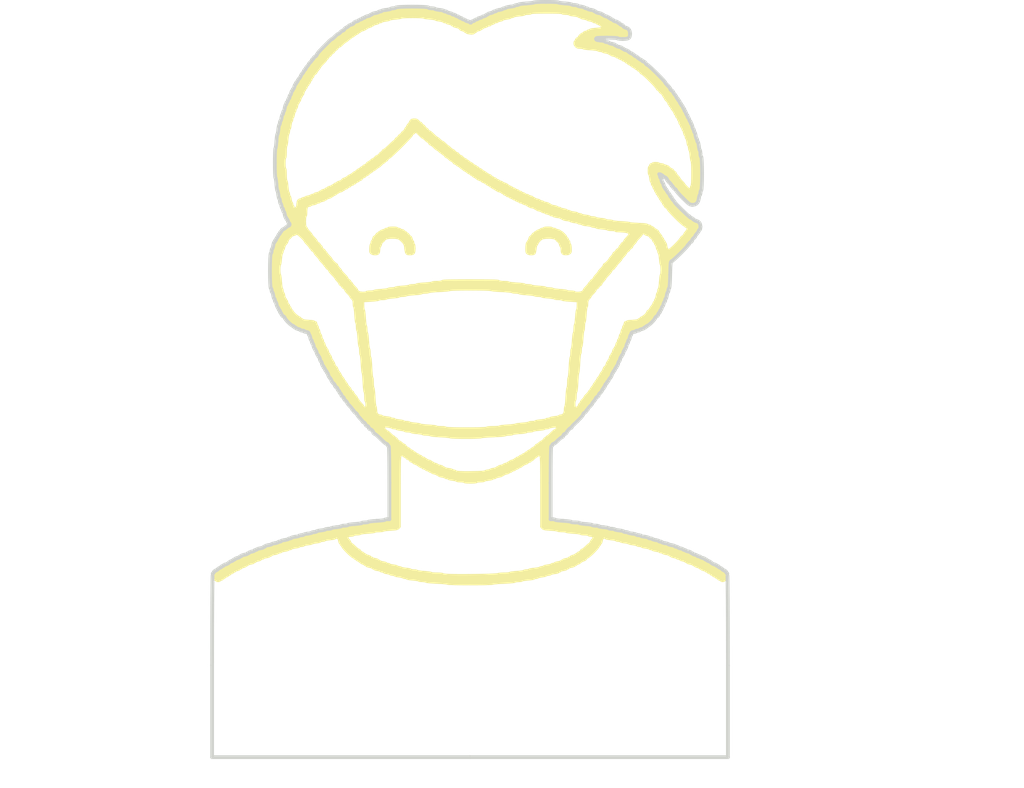
<source format=kicad_pcb>
(kicad_pcb (version 20171130) (host pcbnew 5.1.5-52549c5~84~ubuntu19.10.1)
  (layers (0 F.Cu signal) (31 B.Cu signal) (34 B.Paste user) (35 F.Paste user) (36 B.SilkS user) (37 F.SilkS user) (38 B.Mask user) (39 F.Mask user) (44 Edge.Cuts user))
  (net 0 "")
  (module mask2:mask2 (layer F.Cu) (at 87.75 -156.5)
    (fp_text reference G*** hide)
    (fp_text value LOGO hide)
  )
  (gr_line (start 53.569805 -106.48661) (end 53.569805 -118.63614) (layer Edge.Cuts) (width 0.5))
  (gr_line (start 87.690476 -106.48661) (end 53.569805 -106.48661) (layer Edge.Cuts) (width 0.5))
  (gr_line (start 121.81084 -106.48661) (end 87.690476 -106.48661) (layer Edge.Cuts) (width 0.5))
  (gr_line (start 121.81084 -118.63628) (end 121.81084 -106.48661) (layer Edge.Cuts) (width 0.5))
  (gr_line (start 98.35813 -137.98234) (end 98.654463 -137.98234) (layer Edge.Cuts) (width 0.5))
  (gr_line (start 98.35813 -142.80834) (end 98.35813 -137.98234) (layer Edge.Cuts) (width 0.5))
  (gr_curve (pts (xy 121.73184 -130.78595) (xy 121.78034 -130.78595) (xy 121.81084 -126.09435) (xy 121.81084 -118.63628)) (layer Edge.Cuts) (width 0.5))
  (gr_curve (pts (xy 121.6005 -130.95095) (xy 121.6293 -130.86025) (xy 121.6884 -130.78595) (xy 121.73184 -130.78595)) (layer Edge.Cuts) (width 0.5))
  (gr_curve (pts (xy 121.36197 -131.17473) (xy 121.46436 -131.142429) (xy 121.5717 -131.041699) (xy 121.6005 -130.95095)) (layer Edge.Cuts) (width 0.5))
  (gr_curve (pts (xy 121.0488 -131.37861) (xy 121.1187 -131.29881) (xy 121.25957 -131.20705) (xy 121.36197 -131.17473)) (layer Edge.Cuts) (width 0.5))
  (gr_curve (pts (xy 120.7313 -131.58388) (xy 120.83607 -131.55078) (xy 120.97895 -131.45843) (xy 121.0488 -131.37861)) (layer Edge.Cuts) (width 0.5))
  (gr_curve (pts (xy 120.5408 -131.72299) (xy 120.5408 -131.679589) (xy 120.6265 -131.61696) (xy 120.7313 -131.58388)) (layer Edge.Cuts) (width 0.5))
  (gr_curve (pts (xy 120.4138 -131.801989) (xy 120.4836 -131.801989) (xy 120.5408 -131.76649) (xy 120.5408 -131.72299)) (layer Edge.Cuts) (width 0.5))
  (gr_curve (pts (xy 120.2868 -131.87609) (xy 120.2868 -131.835389) (xy 120.344 -131.801989) (xy 120.4138 -131.801989)) (layer Edge.Cuts) (width 0.5))
  (gr_curve (pts (xy 120.02142 -132.00325) (xy 120.16738 -131.97405) (xy 120.2868 -131.91685) (xy 120.2868 -131.87609)) (layer Edge.Cuts) (width 0.5))
  (gr_curve (pts (xy 119.61424 -132.21983) (xy 119.69224 -132.12993) (xy 119.87547 -132.03244) (xy 120.02142 -132.00325)) (layer Edge.Cuts) (width 0.5))
  (gr_curve (pts (xy 119.24461 -132.440519) (xy 119.36991 -132.40902) (xy 119.53624 -132.30976) (xy 119.61424 -132.21983)) (layer Edge.Cuts) (width 0.5))
  (gr_curve (pts (xy 119.0168 -132.57319) (xy 119.0168 -132.53169) (xy 119.11931 -132.47197) (xy 119.24461 -132.440519)) (layer Edge.Cuts) (width 0.5))
  (gr_curve (pts (xy 118.8898 -132.648689) (xy 118.9596 -132.648689) (xy 119.0168 -132.61469) (xy 119.0168 -132.57319)) (layer Edge.Cuts) (width 0.5))
  (gr_curve (pts (xy 118.7628 -132.72389) (xy 118.7628 -132.68249) (xy 118.82 -132.648689) (xy 118.8898 -132.648689)) (layer Edge.Cuts) (width 0.5))
  (gr_curve (pts (xy 118.46646 -132.854729) (xy 118.62945 -132.82413) (xy 118.7628 -132.76523) (xy 118.7628 -132.72389)) (layer Edge.Cuts) (width 0.5))
  (gr_curve (pts (xy 118.17013 -132.99115) (xy 118.17013 -132.94665) (xy 118.30348 -132.8853) (xy 118.46646 -132.854729)) (layer Edge.Cuts) (width 0.5))
  (gr_curve (pts (xy 117.95846 -133.071949) (xy 118.07488 -133.071949) (xy 118.17013 -133.03555) (xy 118.17013 -132.99115)) (layer Edge.Cuts) (width 0.5))
  (gr_curve (pts (xy 117.7468 -133.15275) (xy 117.7468 -133.10825) (xy 117.842 -133.071949) (xy 117.95846 -133.071949)) (layer Edge.Cuts) (width 0.5))
  (gr_curve (pts (xy 117.45046 -133.28917) (xy 117.61345 -133.258569) (xy 117.7468 -133.19717) (xy 117.7468 -133.15275)) (layer Edge.Cuts) (width 0.5))
  (gr_curve (pts (xy 117.15413 -133.420009) (xy 117.15413 -133.37861) (xy 117.28748 -133.31975) (xy 117.45046 -133.28917)) (layer Edge.Cuts) (width 0.5))
  (gr_curve (pts (xy 117.02713 -133.495209) (xy 117.09703 -133.495209) (xy 117.15413 -133.46131) (xy 117.15413 -133.420009)) (layer Edge.Cuts) (width 0.5))
  (gr_curve (pts (xy 116.90013 -133.57891) (xy 116.90013 -133.532909) (xy 116.95723 -133.495209) (xy 117.02713 -133.495209)) (layer Edge.Cuts) (width 0.5))
  (gr_curve (pts (xy 116.56146 -133.71673) (xy 116.74773 -133.686929) (xy 116.90013 -133.62493) (xy 116.90013 -133.57891)) (layer Edge.Cuts) (width 0.5))
  (gr_curve (pts (xy 116.2228 -133.84473) (xy 116.2228 -133.804129) (xy 116.3752 -133.74653) (xy 116.56146 -133.71673)) (layer Edge.Cuts) (width 0.5))
  (gr_curve (pts (xy 116.05346 -133.91853) (xy 116.14656 -133.91853) (xy 116.2228 -133.88533) (xy 116.2228 -133.84473)) (layer Edge.Cuts) (width 0.5))
  (gr_curve (pts (xy 115.88413 -133.99233) (xy 115.88413 -133.95173) (xy 115.96033 -133.91853) (xy 116.05346 -133.91853)) (layer Edge.Cuts) (width 0.5))
  (gr_curve (pts (xy 115.54546 -134.12033) (xy 115.73173 -134.09053) (xy 115.88413 -134.03293) (xy 115.88413 -133.99233)) (layer Edge.Cuts) (width 0.5))
  (gr_curve (pts (xy 115.2068 -134.25815) (xy 115.2068 -134.21215) (xy 115.3592 -134.150119) (xy 115.54546 -134.12033)) (layer Edge.Cuts) (width 0.5))
  (gr_curve (pts (xy 114.99513 -134.34185) (xy 115.11155 -134.34185) (xy 115.2068 -134.30415) (xy 115.2068 -134.25815)) (layer Edge.Cuts) (width 0.5))
  (gr_curve (pts (xy 114.78346 -134.41855) (xy 114.78346 -134.37635) (xy 114.87866 -134.34185) (xy 114.99513 -134.34185)) (layer Edge.Cuts) (width 0.5))
  (gr_curve (pts (xy 114.36013 -134.5535) (xy 114.59296 -134.5215) (xy 114.78346 -134.4608) (xy 114.78346 -134.41855)) (layer Edge.Cuts) (width 0.5))
  (gr_curve (pts (xy 113.9368 -134.6805) (xy 113.9368 -134.6427) (xy 114.1273 -134.5855) (xy 114.36013 -134.5535)) (layer Edge.Cuts) (width 0.5))
  (gr_curve (pts (xy 113.51346 -134.8075) (xy 113.7463 -134.7755) (xy 113.9368 -134.7183) (xy 113.9368 -134.6805)) (layer Edge.Cuts) (width 0.5))
  (gr_curve (pts (xy 113.09013 -134.94244) (xy 113.09013 -134.90024) (xy 113.28063 -134.83952) (xy 113.51346 -134.8075)) (layer Edge.Cuts) (width 0.5))
  (gr_curve (pts (xy 112.87846 -135.01914) (xy 112.99488 -135.01914) (xy 113.09013 -134.98464) (xy 113.09013 -134.94244)) (layer Edge.Cuts) (width 0.5))
  (gr_curve (pts (xy 112.66679 -135.09584) (xy 112.66679 -135.05364) (xy 112.76199 -135.01914) (xy 112.87846 -135.01914)) (layer Edge.Cuts) (width 0.5))
  (gr_curve (pts (xy 112.24346 -135.23079) (xy 112.47629 -135.19879) (xy 112.66679 -135.13809) (xy 112.66679 -135.09584)) (layer Edge.Cuts) (width 0.5))
  (gr_curve (pts (xy 111.82013 -135.36573) (xy 111.82013 -135.32353) (xy 112.01063 -135.26281) (xy 112.24346 -135.23079)) (layer Edge.Cuts) (width 0.5))
  (gr_curve (pts (xy 111.56613 -135.44243) (xy 111.70583 -135.44243) (xy 111.82013 -135.40793) (xy 111.82013 -135.36573)) (layer Edge.Cuts) (width 0.5))
  (gr_curve (pts (xy 111.31213 -135.52293) (xy 111.31213 -135.47863) (xy 111.42643 -135.44243) (xy 111.56613 -135.44243)) (layer Edge.Cuts) (width 0.5))
  (gr_curve (pts (xy 110.80413 -135.66086) (xy 111.08353 -135.62926) (xy 111.31213 -135.56716) (xy 111.31213 -135.52293)) (layer Edge.Cuts) (width 0.5))
  (gr_curve (pts (xy 110.29613 -135.79207) (xy 110.29613 -135.75157) (xy 110.52473 -135.69247) (xy 110.80413 -135.66086)) (layer Edge.Cuts) (width 0.5))
  (gr_curve (pts (xy 109.99979 -135.86577) (xy 110.16278 -135.86577) (xy 110.29613 -135.83257) (xy 110.29613 -135.79207)) (layer Edge.Cuts) (width 0.5))
  (gr_curve (pts (xy 109.70346 -135.94367) (xy 109.70346 -135.90077) (xy 109.83681 -135.86577) (xy 109.99979 -135.86577)) (layer Edge.Cuts) (width 0.5))
  (gr_curve (pts (xy 109.15313 -136.08053) (xy 109.45581 -136.04813) (xy 109.70346 -135.98653) (xy 109.70346 -135.94367)) (layer Edge.Cuts) (width 0.5))
  (gr_curve (pts (xy 108.60279 -136.21427) (xy 108.60279 -136.17317) (xy 108.85044 -136.11294) (xy 109.15313 -136.08053)) (layer Edge.Cuts) (width 0.5))
  (gr_curve (pts (xy 108.30646 -136.28907) (xy 108.46944 -136.28907) (xy 108.60279 -136.25537) (xy 108.60279 -136.21427)) (layer Edge.Cuts) (width 0.5))
  (gr_curve (pts (xy 108.01013 -136.36857) (xy 108.01013 -136.32477) (xy 108.14348 -136.28907) (xy 108.30646 -136.28907)) (layer Edge.Cuts) (width 0.5))
  (gr_curve (pts (xy 107.41746 -136.50651) (xy 107.74343 -136.47441) (xy 108.01013 -136.41231) (xy 108.01013 -136.36857)) (layer Edge.Cuts) (width 0.5))
  (gr_curve (pts (xy 106.82479 -136.63864) (xy 106.82479 -136.59814) (xy 107.09149 -136.53863) (xy 107.41746 -136.50651)) (layer Edge.Cuts) (width 0.5))
  (gr_curve (pts (xy 106.44379 -136.71234) (xy 106.65334 -136.71234) (xy 106.82479 -136.67914) (xy 106.82479 -136.63864)) (layer Edge.Cuts) (width 0.5))
  (gr_curve (pts (xy 106.06279 -136.78824) (xy 106.06279 -136.74654) (xy 106.23424 -136.71234) (xy 106.44379 -136.71234)) (layer Edge.Cuts) (width 0.5))
  (gr_curve (pts (xy 105.38546 -136.92405) (xy 105.75799 -136.89105) (xy 106.06279 -136.82995) (xy 106.06279 -136.78824)) (layer Edge.Cuts) (width 0.5))
  (gr_curve (pts (xy 104.70813 -137.05986) (xy 104.70813 -137.01816) (xy 105.01293 -136.95703) (xy 105.38546 -136.92405)) (layer Edge.Cuts) (width 0.5))
  (gr_curve (pts (xy 104.28479 -137.13576) (xy 104.51763 -137.13576) (xy 104.70813 -137.10166) (xy 104.70813 -137.05986)) (layer Edge.Cuts) (width 0.5))
  (gr_curve (pts (xy 103.86146 -137.21126) (xy 103.86146 -137.16976) (xy 104.05196 -137.13576) (xy 104.28479 -137.13576)) (layer Edge.Cuts) (width 0.5))
  (gr_curve (pts (xy 103.01479 -137.3474) (xy 103.48046 -137.3141) (xy 103.86146 -137.2528) (xy 103.86146 -137.21126)) (layer Edge.Cuts) (width 0.5))
  (gr_curve (pts (xy 102.16813 -137.48353) (xy 102.16813 -137.44193) (xy 102.54913 -137.38073) (xy 103.01479 -137.3474)) (layer Edge.Cuts) (width 0.5))
  (gr_curve (pts (xy 101.61779 -137.55903) (xy 101.92048 -137.55903) (xy 102.16813 -137.52503) (xy 102.16813 -137.48353)) (layer Edge.Cuts) (width 0.5))
  (gr_curve (pts (xy 101.06746 -137.63513) (xy 101.06746 -137.59323) (xy 101.31511 -137.55903) (xy 101.61779 -137.55903)) (layer Edge.Cuts) (width 0.5))
  (gr_curve (pts (xy 100.00913 -137.77232) (xy 100.59121 -137.73872) (xy 101.06746 -137.67702) (xy 101.06746 -137.63513)) (layer Edge.Cuts) (width 0.5))
  (gr_curve (pts (xy 98.950796 -137.90784) (xy 98.950796 -137.86684) (xy 99.427046 -137.80589) (xy 100.00913 -137.77232)) (layer Edge.Cuts) (width 0.5))
  (gr_curve (pts (xy 98.654463 -137.98234) (xy 98.817446 -137.98234) (xy 98.950796 -137.94884) (xy 98.950796 -137.90784)) (layer Edge.Cuts) (width 0.5))
  (gr_line (start 77.022473 -137.98249) (end 77.022473 -142.80849) (layer Edge.Cuts) (width 0.5))
  (gr_line (start 76.72614 -137.98249) (end 77.022473 -137.98249) (layer Edge.Cuts) (width 0.5))
  (gr_curve (pts (xy 98.43709 -147.63434) (xy 98.38918 -147.63434) (xy 98.35813 -145.73675) (xy 98.35813 -142.80834)) (layer Edge.Cuts) (width 0.5))
  (gr_curve (pts (xy 98.569795 -147.80367) (xy 98.540235 -147.71057) (xy 98.480515 -147.63434) (xy 98.43709 -147.63434)) (layer Edge.Cuts) (width 0.5))
  (gr_curve (pts (xy 98.757506 -147.973) (xy 98.683826 -147.973) (xy 98.599355 -147.8968) (xy 98.569795 -147.80367)) (layer Edge.Cuts) (width 0.5))
  (gr_curve (pts (xy 99.287408 -148.38596) (xy 99.069643 -148.15883) (xy 98.831187 -147.973) (xy 98.757506 -147.973)) (layer Edge.Cuts) (width 0.5))
  (gr_curve (pts (xy 99.867404 -148.85733) (xy 99.766171 -148.82523) (xy 99.505173 -148.61308) (xy 99.287408 -148.38596)) (layer Edge.Cuts) (width 0.5))
  (gr_curve (pts (xy 100.05146 -149.07776) (xy 100.05146 -148.98576) (xy 99.97189 -148.89049) (xy 99.867404 -148.85733)) (layer Edge.Cuts) (width 0.5))
  (gr_curve (pts (xy 100.26313 -149.2929) (xy 100.1296 -149.2594) (xy 100.05146 -149.17997) (xy 100.05146 -149.07776)) (layer Edge.Cuts) (width 0.5))
  (gr_curve (pts (xy 100.47479 -149.46093) (xy 100.47479 -149.39773) (xy 100.37959 -149.32212) (xy 100.26313 -149.2929)) (layer Edge.Cuts) (width 0.5))
  (gr_curve (pts (xy 101.06461 -150.08967) (xy 100.93766 -150.08967) (xy 100.47479 -149.59625) (xy 100.47479 -149.46093)) (layer Edge.Cuts) (width 0.5))
  (gr_curve (pts (xy 101.15211 -150.18007) (xy 101.15211 -150.13037) (xy 101.11271 -150.08967) (xy 101.06461 -150.08967)) (layer Edge.Cuts) (width 0.5))
  (gr_curve (pts (xy 101.46961 -150.55942) (xy 101.29498 -150.40047) (xy 101.15211 -150.22977) (xy 101.15211 -150.18007)) (layer Edge.Cuts) (width 0.5))
  (gr_curve (pts (xy 101.87177 -150.93696) (xy 101.82517 -150.88826) (xy 101.64423 -150.71837) (xy 101.46961 -150.55942)) (layer Edge.Cuts) (width 0.5))
  (gr_curve (pts (xy 102.31627 -151.39494) (xy 102.11837 -151.19174) (xy 101.91834 -150.98565) (xy 101.87177 -150.93696)) (layer Edge.Cuts) (width 0.5))
  (gr_curve (pts (xy 102.67611 -151.89502) (xy 102.67611 -151.82322) (xy 102.51418 -151.59814) (xy 102.31627 -151.39494)) (layer Edge.Cuts) (width 0.5))
  (gr_curve (pts (xy 102.84111 -152.07801) (xy 102.75041 -152.04921) (xy 102.67611 -151.96686) (xy 102.67611 -151.89502)) (layer Edge.Cuts) (width 0.5))
  (gr_curve (pts (xy 103.05848 -152.29538) (xy 103.02968 -152.20468) (xy 102.93186 -152.10682) (xy 102.84111 -152.07801)) (layer Edge.Cuts) (width 0.5))
  (gr_curve (pts (xy 103.18981 -152.46039) (xy 103.14641 -152.46039) (xy 103.08728 -152.38619) (xy 103.05848 -152.29538)) (layer Edge.Cuts) (width 0.5))
  (gr_curve (pts (xy 103.26881 -152.55619) (xy 103.26881 -152.50349) (xy 103.23331 -152.46039) (xy 103.18981 -152.46039)) (layer Edge.Cuts) (width 0.5))
  (gr_curve (pts (xy 103.56515 -152.93151) (xy 103.40216 -152.77779) (xy 103.26881 -152.6089) (xy 103.26881 -152.55619)) (layer Edge.Cuts) (width 0.5))
  (gr_curve (pts (xy 103.86148 -153.29749) (xy 103.86148 -153.24989) (xy 103.72813 -153.08522) (xy 103.56515 -152.93151)) (layer Edge.Cuts) (width 0.5))
  (gr_curve (pts (xy 104.063 -153.58551) (xy 103.95216 -153.47468) (xy 103.86148 -153.34507) (xy 103.86148 -153.29749)) (layer Edge.Cuts) (width 0.5))
  (gr_curve (pts (xy 104.32133 -153.96603) (xy 104.29013 -153.86763) (xy 104.17384 -153.69635) (xy 104.063 -153.58551)) (layer Edge.Cuts) (width 0.5))
  (gr_curve (pts (xy 104.54314 -154.1974) (xy 104.45244 -154.1686) (xy 104.35258 -154.06448) (xy 104.32133 -153.96603)) (layer Edge.Cuts) (width 0.5))
  (gr_curve (pts (xy 104.70815 -154.40154) (xy 104.70815 -154.31804) (xy 104.63395 -154.2262) (xy 104.54314 -154.1974)) (layer Edge.Cuts) (width 0.5))
  (gr_curve (pts (xy 104.91472 -154.70843) (xy 104.8011 -154.62313) (xy 104.70815 -154.48501) (xy 104.70815 -154.40154)) (layer Edge.Cuts) (width 0.5))
  (gr_curve (pts (xy 105.17033 -155.05896) (xy 105.14333 -154.95149) (xy 105.02833 -154.79375) (xy 104.91472 -154.70843)) (layer Edge.Cuts) (width 0.5))
  (gr_curve (pts (xy 105.30243 -155.25436) (xy 105.25673 -155.25436) (xy 105.1973 -155.16646) (xy 105.17033 -155.05896)) (layer Edge.Cuts) (width 0.5))
  (gr_curve (pts (xy 105.38553 -155.38136) (xy 105.38553 -155.31146) (xy 105.34813 -155.25436) (xy 105.30243 -155.25436)) (layer Edge.Cuts) (width 0.5))
  (gr_curve (pts (xy 105.47023 -155.50836) (xy 105.42363 -155.50836) (xy 105.38553 -155.45126) (xy 105.38553 -155.38136)) (layer Edge.Cuts) (width 0.5))
  (gr_curve (pts (xy 105.55493 -155.68035) (xy 105.55493 -155.58575) (xy 105.51683 -155.50836) (xy 105.47023 -155.50836)) (layer Edge.Cuts) (width 0.5))
  (gr_curve (pts (xy 105.68193 -155.90107) (xy 105.61203 -155.87427) (xy 105.55493 -155.77494) (xy 105.55493 -155.68035)) (layer Edge.Cuts) (width 0.5))
  (gr_curve (pts (xy 105.80893 -156.06775) (xy 105.80893 -156.00285) (xy 105.75183 -155.92788) (xy 105.68193 -155.90107)) (layer Edge.Cuts) (width 0.5))
  (gr_curve (pts (xy 105.88793 -156.18569) (xy 105.84453 -156.18569) (xy 105.80893 -156.13259) (xy 105.80893 -156.06775)) (layer Edge.Cuts) (width 0.5))
  (gr_curve (pts (xy 106.02704 -156.37619) (xy 105.99394 -156.27142) (xy 105.93134 -156.18569) (xy 105.88793 -156.18569)) (layer Edge.Cuts) (width 0.5))
  (gr_curve (pts (xy 106.24425 -156.70348) (xy 106.15785 -156.62828) (xy 106.06012 -156.48097) (xy 106.02704 -156.37619)) (layer Edge.Cuts) (width 0.5))
  (gr_curve (pts (xy 106.45439 -157.10565) (xy 106.42519 -156.9597) (xy 106.33064 -156.77872) (xy 106.24425 -156.70348)) (layer Edge.Cuts) (width 0.5))
  (gr_curve (pts (xy 106.58155 -157.37102) (xy 106.54085 -157.37102) (xy 106.48355 -157.25161) (xy 106.45439 -157.10565)) (layer Edge.Cuts) (width 0.5))
  (gr_curve (pts (xy 106.65565 -157.49802) (xy 106.65565 -157.42812) (xy 106.62235 -157.37102) (xy 106.58155 -157.37102)) (layer Edge.Cuts) (width 0.5))
  (gr_curve (pts (xy 106.73875 -157.62502) (xy 106.69305 -157.62502) (xy 106.65565 -157.56792) (xy 106.65565 -157.49802)) (layer Edge.Cuts) (width 0.5))
  (gr_curve (pts (xy 106.87493 -157.83669) (xy 106.84573 -157.72027) (xy 106.78443 -157.62502) (xy 106.73875 -157.62502)) (layer Edge.Cuts) (width 0.5))
  (gr_curve (pts (xy 107.00355 -158.04836) (xy 106.96205 -158.04836) (xy 106.90415 -157.95306) (xy 106.87493 -157.83669)) (layer Edge.Cuts) (width 0.5))
  (gr_curve (pts (xy 107.07905 -158.17536) (xy 107.07905 -158.10546) (xy 107.04505 -158.04836) (xy 107.00355 -158.04836)) (layer Edge.Cuts) (width 0.5))
  (gr_curve (pts (xy 107.15435 -158.30236) (xy 107.11295 -158.30236) (xy 107.07905 -158.24516) (xy 107.07905 -158.17536)) (layer Edge.Cuts) (width 0.5))
  (gr_curve (pts (xy 107.28518 -158.59869) (xy 107.25458 -158.43571) (xy 107.19578 -158.30236) (xy 107.15435 -158.30236)) (layer Edge.Cuts) (width 0.5))
  (gr_curve (pts (xy 107.41777 -158.89502) (xy 107.37547 -158.89502) (xy 107.31576 -158.76167) (xy 107.28518 -158.59869)) (layer Edge.Cuts) (width 0.5))
  (gr_curve (pts (xy 107.55036 -159.19136) (xy 107.51976 -159.02837) (xy 107.46016 -158.89502) (xy 107.41777 -158.89502)) (layer Edge.Cuts) (width 0.5))
  (gr_curve (pts (xy 107.68119 -159.48769) (xy 107.63979 -159.48769) (xy 107.58093 -159.35434) (xy 107.55036 -159.19136)) (layer Edge.Cuts) (width 0.5))
  (gr_curve (pts (xy 107.75639 -159.61469) (xy 107.75639 -159.54479) (xy 107.72249 -159.48769) (xy 107.68119 -159.48769)) (layer Edge.Cuts) (width 0.5))
  (gr_curve (pts (xy 107.83719 -159.74169) (xy 107.79269 -159.74169) (xy 107.75639 -159.68459) (xy 107.75639 -159.61469)) (layer Edge.Cuts) (width 0.5))
  (gr_curve (pts (xy 107.97361 -160.03802) (xy 107.94301 -159.87504) (xy 107.88161 -159.74169) (xy 107.83719 -159.74169)) (layer Edge.Cuts) (width 0.5))
  (gr_curve (pts (xy 108.10445 -160.33436) (xy 108.06305 -160.33436) (xy 108.00419 -160.20101) (xy 107.97361 -160.03802)) (layer Edge.Cuts) (width 0.5))
  (gr_curve (pts (xy 108.17965 -160.46136) (xy 108.17965 -160.39146) (xy 108.14575 -160.33436) (xy 108.10445 -160.33436)) (layer Edge.Cuts) (width 0.5))
  (gr_curve (pts (xy 108.25345 -160.58836) (xy 108.21285 -160.58836) (xy 108.17965 -160.53116) (xy 108.17965 -160.46136)) (layer Edge.Cuts) (width 0.5))
  (gr_curve (pts (xy 108.38145 -160.92702) (xy 108.35165 -160.74076) (xy 108.29405 -160.58836) (xy 108.25345 -160.58836)) (layer Edge.Cuts) (width 0.5))
  (gr_curve (pts (xy 108.51927 -161.26569) (xy 108.47327 -161.26569) (xy 108.41123 -161.11329) (xy 108.38145 -160.92702)) (layer Edge.Cuts) (width 0.5))
  (gr_curve (pts (xy 108.60297 -161.47736) (xy 108.60297 -161.36094) (xy 108.56537 -161.26569) (xy 108.51927 -161.26569)) (layer Edge.Cuts) (width 0.5))
  (gr_curve (pts (xy 108.68667 -161.68902) (xy 108.64067 -161.68902) (xy 108.60297 -161.59372) (xy 108.60297 -161.47736)) (layer Edge.Cuts) (width 0.5))
  (gr_curve (pts (xy 108.82449 -162.02769) (xy 108.79469 -161.84142) (xy 108.73269 -161.68902) (xy 108.68667 -161.68902)) (layer Edge.Cuts) (width 0.5))
  (gr_curve (pts (xy 108.95249 -162.36636) (xy 108.91189 -162.36636) (xy 108.85429 -162.21396) (xy 108.82449 -162.02769)) (layer Edge.Cuts) (width 0.5))
  (gr_curve (pts (xy 109.02639 -162.52663) (xy 109.02639 -162.43853) (xy 108.99319 -162.36636) (xy 108.95249 -162.36636)) (layer Edge.Cuts) (width 0.5))
  (gr_curve (pts (xy 109.45665 -162.78969) (xy 109.18224 -162.78969) (xy 109.02639 -162.69439) (xy 109.02639 -162.52663)) (layer Edge.Cuts) (width 0.5))
  (gr_curve (pts (xy 109.61905 -162.87439) (xy 109.61905 -162.82779) (xy 109.54595 -162.78969) (xy 109.45665 -162.78969)) (layer Edge.Cuts) (width 0.5))
  (gr_curve (pts (xy 109.87305 -162.95909) (xy 109.73335 -162.95909) (xy 109.61905 -162.92099) (xy 109.61905 -162.87439)) (layer Edge.Cuts) (width 0.5))
  (gr_curve (pts (xy 110.12705 -163.03439) (xy 110.12705 -162.99299) (xy 110.01275 -162.95909) (xy 109.87305 -162.95909)) (layer Edge.Cuts) (width 0.5))
  (gr_curve (pts (xy 110.42339 -163.16522) (xy 110.2604 -163.13462) (xy 110.12705 -163.07582) (xy 110.12705 -163.03439)) (layer Edge.Cuts) (width 0.5))
  (gr_curve (pts (xy 110.71972 -163.30165) (xy 110.71972 -163.25715) (xy 110.58637 -163.1958) (xy 110.42339 -163.16522)) (layer Edge.Cuts) (width 0.5))
  (gr_curve (pts (xy 110.84672 -163.38245) (xy 110.77682 -163.38245) (xy 110.71972 -163.34605) (xy 110.71972 -163.30165)) (layer Edge.Cuts) (width 0.5))
  (gr_curve (pts (xy 110.97372 -163.46145) (xy 110.97372 -163.41805) (xy 110.91652 -163.38245) (xy 110.84672 -163.38245)) (layer Edge.Cuts) (width 0.5))
  (gr_curve (pts (xy 111.15732 -163.59868) (xy 111.05634 -163.56668) (xy 110.97372 -163.50488) (xy 110.97372 -163.46145)) (layer Edge.Cuts) (width 0.5))
  (gr_curve (pts (xy 112.19549 -164.63389) (xy 112.12109 -164.39959) (xy 111.39292 -163.67346) (xy 111.15732 -163.59868)) (layer Edge.Cuts) (width 0.5))
  (gr_curve (pts (xy 112.41739 -164.86553) (xy 112.32659 -164.83673) (xy 112.22678 -164.73249) (xy 112.19549 -164.63389)) (layer Edge.Cuts) (width 0.5))
  (gr_curve (pts (xy 112.58239 -165.08418) (xy 112.58239 -164.99268) (xy 112.50809 -164.89433) (xy 112.41739 -164.86553)) (layer Edge.Cuts) (width 0.5))
  (gr_curve (pts (xy 112.70939 -165.2992) (xy 112.63949 -165.2724) (xy 112.58239 -165.17564) (xy 112.58239 -165.08418)) (layer Edge.Cuts) (width 0.5))
  (gr_curve (pts (xy 112.83639 -165.50821) (xy 112.83639 -165.42011) (xy 112.77929 -165.32601) (xy 112.70939 -165.2992)) (layer Edge.Cuts) (width 0.5))
  (gr_curve (pts (xy 112.91429 -165.66849) (xy 112.87139 -165.66849) (xy 112.83639 -165.59639) (xy 112.83639 -165.50821)) (layer Edge.Cuts) (width 0.5))
  (gr_curve (pts (xy 113.04802 -165.92249) (xy 113.01732 -165.78279) (xy 112.95712 -165.66849) (xy 112.91429 -165.66849)) (layer Edge.Cuts) (width 0.5))
  (gr_curve (pts (xy 113.17232 -166.17649) (xy 113.13462 -166.17649) (xy 113.07872 -166.06219) (xy 113.04802 -165.92249)) (layer Edge.Cuts) (width 0.5))
  (gr_curve (pts (xy 113.29643 -166.47282) (xy 113.26583 -166.30984) (xy 113.21003 -166.17649) (xy 113.17232 -166.17649)) (layer Edge.Cuts) (width 0.5))
  (gr_curve (pts (xy 113.43285 -166.76915) (xy 113.38845 -166.76915) (xy 113.327 -166.6358) (xy 113.29643 -166.47282)) (layer Edge.Cuts) (width 0.5))
  (gr_curve (pts (xy 113.51365 -166.98082) (xy 113.51365 -166.8644) (xy 113.47725 -166.76915) (xy 113.43285 -166.76915)) (layer Edge.Cuts) (width 0.5))
  (gr_curve (pts (xy 113.59035 -167.19249) (xy 113.54815 -167.19249) (xy 113.51365 -167.09729) (xy 113.51365 -166.98082)) (layer Edge.Cuts) (width 0.5))
  (gr_curve (pts (xy 113.7253 -167.61582) (xy 113.6933 -167.38299) (xy 113.6325 -167.19249) (xy 113.59035 -167.19249)) (layer Edge.Cuts) (width 0.5))
  (gr_curve (pts (xy 113.86024 -168.03915) (xy 113.81804 -168.03915) (xy 113.75732 -167.84865) (xy 113.7253 -167.61582)) (layer Edge.Cuts) (width 0.5))
  (gr_curve (pts (xy 113.93694 -168.2861) (xy 113.93694 -168.15028) (xy 113.90244 -168.03915) (xy 113.86024 -168.03915)) (layer Edge.Cuts) (width 0.5))
  (gr_curve (pts (xy 114.03224 -168.56481) (xy 113.97984 -168.54731) (xy 113.93694 -168.42192) (xy 113.93694 -168.2861)) (layer Edge.Cuts) (width 0.5))
  (gr_curve (pts (xy 114.17131 -170.348) (xy 114.14161 -169.16072) (xy 114.09681 -168.58635) (xy 114.03224 -168.56481)) (layer Edge.Cuts) (width 0.5))
  (gr_curve (pts (xy 114.386 -172.15366) (xy 114.22374 -172.10216) (xy 114.21286 -172.01069) (xy 114.17131 -170.348)) (layer Edge.Cuts) (width 0.5))
  (gr_curve (pts (xy 116.47693 -174.21442) (xy 116.47693 -174.08117) (xy 114.58542 -172.21695) (xy 114.386 -172.15366)) (layer Edge.Cuts) (width 0.5))
  (gr_curve (pts (xy 116.55593 -174.30452) (xy 116.51253 -174.30452) (xy 116.47693 -174.26402) (xy 116.47693 -174.21442)) (layer Edge.Cuts) (width 0.5))
  (gr_curve (pts (xy 116.68726 -174.46952) (xy 116.65846 -174.37882) (xy 116.59936 -174.30452) (xy 116.55593 -174.30452)) (layer Edge.Cuts) (width 0.5))
  (gr_curve (pts (xy 116.90463 -174.68689) (xy 116.81393 -174.65809) (xy 116.71606 -174.56027) (xy 116.68726 -174.46952)) (layer Edge.Cuts) (width 0.5))
  (gr_curve (pts (xy 117.06963 -174.89103) (xy 117.06963 -174.80753) (xy 116.99533 -174.71569) (xy 116.90463 -174.68689)) (layer Edge.Cuts) (width 0.5))
  (gr_curve (pts (xy 117.2813 -175.20175) (xy 117.16488 -175.11435) (xy 117.06963 -174.9745) (xy 117.06963 -174.89103)) (layer Edge.Cuts) (width 0.5))
  (gr_curve (pts (xy 117.49297 -175.46376) (xy 117.49297 -175.40706) (xy 117.39777 -175.28918) (xy 117.2813 -175.20175)) (layer Edge.Cuts) (width 0.5))
  (gr_curve (pts (xy 117.69448 -175.76834) (xy 117.58365 -175.6575) (xy 117.49297 -175.52044) (xy 117.49297 -175.46376)) (layer Edge.Cuts) (width 0.5))
  (gr_curve (pts (xy 117.95419 -176.15319) (xy 117.92219 -176.05236) (xy 117.80532 -175.87917) (xy 117.69448 -175.76834)) (layer Edge.Cuts) (width 0.5))
  (gr_curve (pts (xy 118.09134 -176.33652) (xy 118.04794 -176.33652) (xy 117.98619 -176.25402) (xy 117.95419 -176.15319)) (layer Edge.Cuts) (width 0.5))
  (gr_curve (pts (xy 118.17034 -176.71752) (xy 118.17034 -176.50797) (xy 118.13484 -176.33652) (xy 118.09134 -176.33652)) (layer Edge.Cuts) (width 0.5))
  (gr_curve (pts (xy 117.61611 -177.47293) (xy 118.00272 -177.37593) (xy 118.17034 -177.14743) (xy 118.17034 -176.71752)) (layer Edge.Cuts) (width 0.5))
  (gr_curve (pts (xy 117.24402 -177.68474) (xy 117.31662 -177.60134) (xy 117.48407 -177.50607) (xy 117.61611 -177.47293)) (layer Edge.Cuts) (width 0.5))
  (gr_curve (pts (xy 116.92151 -177.89644) (xy 117.02628 -177.86334) (xy 117.17141 -177.76809) (xy 117.24402 -177.68474)) (layer Edge.Cuts) (width 0.5))
  (gr_curve (pts (xy 116.73101 -178.03556) (xy 116.73101 -177.99216) (xy 116.81671 -177.92953) (xy 116.92151 -177.89644)) (layer Edge.Cuts) (width 0.5))
  (gr_curve (pts (xy 116.64141 -178.11456) (xy 116.69071 -178.11456) (xy 116.73101 -178.07906) (xy 116.73101 -178.03556)) (layer Edge.Cuts) (width 0.5))
  (gr_curve (pts (xy 114.78366 -179.93354) (xy 114.78366 -179.84304) (xy 116.54892 -178.11456) (xy 116.64141 -178.11456)) (layer Edge.Cuts) (width 0.5))
  (gr_curve (pts (xy 114.46616 -180.35511) (xy 114.6951 -180.09983) (xy 114.78366 -179.98224) (xy 114.78366 -179.93354)) (layer Edge.Cuts) (width 0.5))
  (gr_curve (pts (xy 114.36033 -180.56384) (xy 114.36033 -180.51394) (xy 114.40793 -180.42002) (xy 114.46616 -180.35511)) (layer Edge.Cuts) (width 0.5))
  (gr_curve (pts (xy 114.28133 -180.65454) (xy 114.32473 -180.65454) (xy 114.36033 -180.61374) (xy 114.36033 -180.56384)) (layer Edge.Cuts) (width 0.5))
  (gr_curve (pts (xy 114.14222 -180.84504) (xy 114.17532 -180.74026) (xy 114.23792 -180.65454) (xy 114.28133 -180.65454)) (layer Edge.Cuts) (width 0.5))
  (gr_curve (pts (xy 113.93696 -181.16254) (xy 114.01676 -181.09264) (xy 114.10913 -180.94981) (xy 114.14222 -180.84504)) (layer Edge.Cuts) (width 0.5))
  (gr_curve (pts (xy 113.73169 -181.48004) (xy 113.76479 -181.37526) (xy 113.85714 -181.23239) (xy 113.93696 -181.16254)) (layer Edge.Cuts) (width 0.5))
  (gr_curve (pts (xy 113.59258 -181.67054) (xy 113.63598 -181.67054) (xy 113.69861 -181.58484) (xy 113.73169 -181.48004)) (layer Edge.Cuts) (width 0.5))
  (gr_curve (pts (xy 113.51358 -181.79754) (xy 113.51358 -181.72774) (xy 113.54908 -181.67054) (xy 113.59258 -181.67054)) (layer Edge.Cuts) (width 0.5))
  (gr_curve (pts (xy 113.43278 -181.92454) (xy 113.47728 -181.92454) (xy 113.51358 -181.86734) (xy 113.51358 -181.79754)) (layer Edge.Cuts) (width 0.5))
  (gr_curve (pts (xy 113.29636 -182.22087) (xy 113.32696 -182.05789) (xy 113.38836 -181.92454) (xy 113.43278 -181.92454)) (layer Edge.Cuts) (width 0.5))
  (gr_curve (pts (xy 113.16652 -182.5172) (xy 113.20732 -182.5172) (xy 113.26582 -182.38385) (xy 113.29636 -182.22087)) (layer Edge.Cuts) (width 0.5))
  (gr_curve (pts (xy 113.03812 -182.85587) (xy 113.06792 -182.6696) (xy 113.12572 -182.5172) (xy 113.16652 -182.5172)) (layer Edge.Cuts) (width 0.5))
  (gr_curve (pts (xy 112.91012 -183.19454) (xy 112.95072 -183.19454) (xy 113.00832 -183.04214) (xy 113.03812 -182.85587)) (layer Edge.Cuts) (width 0.5))
  (gr_curve (pts (xy 112.83632 -183.39915) (xy 112.83632 -183.28661) (xy 112.86952 -183.19454) (xy 112.91012 -183.19454)) (layer Edge.Cuts) (width 0.5))
  (gr_curve (pts (xy 112.73048 -183.65237) (xy 112.78868 -183.62567) (xy 112.83632 -183.51168) (xy 112.83632 -183.39915)) (layer Edge.Cuts) (width 0.5))
  (gr_curve (pts (xy 112.83632 -183.64737) (xy 112.7199 -183.67687) (xy 112.67228 -183.67917) (xy 112.73048 -183.65237)) (layer Edge.Cuts) (width 0.5))
  (gr_curve (pts (xy 113.17499 -183.4486) (xy 113.10509 -183.5284) (xy 112.95274 -183.61786) (xy 112.83632 -183.64737)) (layer Edge.Cuts) (width 0.5))
  (gr_curve (pts (xy 113.48815 -183.24471) (xy 113.38576 -183.27701) (xy 113.24484 -183.36879) (xy 113.17499 -183.4486)) (layer Edge.Cuts) (width 0.5))
  (gr_curve (pts (xy 113.73171 -183.00514) (xy 113.70011 -183.10454) (xy 113.59055 -183.21239) (xy 113.48815 -183.24471)) (layer Edge.Cuts) (width 0.5))
  (gr_curve (pts (xy 114.0747 -182.55497) (xy 113.91762 -182.70313) (xy 113.76327 -182.9057) (xy 113.73171 -183.00514)) (layer Edge.Cuts) (width 0.5))
  (gr_curve (pts (xy 114.36032 -182.18977) (xy 114.36032 -182.24247) (xy 114.23179 -182.40682) (xy 114.0747 -182.55497)) (layer Edge.Cuts) (width 0.5))
  (gr_curve (pts (xy 114.43932 -182.09397) (xy 114.39592 -182.09397) (xy 114.36032 -182.13707) (xy 114.36032 -182.18977)) (layer Edge.Cuts) (width 0.5))
  (gr_curve (pts (xy 114.57065 -181.92897) (xy 114.54185 -182.01967) (xy 114.48275 -182.09397) (xy 114.43932 -182.09397)) (layer Edge.Cuts) (width 0.5))
  (gr_curve (pts (xy 114.78802 -181.7116) (xy 114.69732 -181.7404) (xy 114.59945 -181.83822) (xy 114.57065 -181.92897)) (layer Edge.Cuts) (width 0.5))
  (gr_curve (pts (xy 114.95303 -181.53087) (xy 114.95303 -181.60147) (xy 114.87873 -181.68279) (xy 114.78802 -181.7116)) (layer Edge.Cuts) (width 0.5))
  (gr_curve (pts (xy 115.8459 -180.51396) (xy 115.35482 -181.00267) (xy 114.95303 -181.46028) (xy 114.95303 -181.53087)) (layer Edge.Cuts) (width 0.5))
  (gr_curve (pts (xy 117.09918 -179.61146) (xy 116.76112 -179.62456) (xy 116.68341 -179.68046) (xy 115.8459 -180.51396)) (layer Edge.Cuts) (width 0.5))
  (gr_curve (pts (xy 117.96565 -180.47751) (xy 117.88685 -179.88332) (xy 117.59561 -179.59225) (xy 117.09918 -179.61146)) (layer Edge.Cuts) (width 0.5))
  (gr_curve (pts (xy 118.0966 -180.90864) (xy 118.056 -180.90864) (xy 117.9971 -180.71463) (xy 117.96565 -180.47751)) (layer Edge.Cuts) (width 0.5))
  (gr_curve (pts (xy 118.1704 -181.19792) (xy 118.1704 -181.03881) (xy 118.1372 -180.90864) (xy 118.0966 -180.90864)) (layer Edge.Cuts) (width 0.5))
  (gr_curve (pts (xy 118.27623 -181.52248) (xy 118.21803 -181.50308) (xy 118.1704 -181.35702) (xy 118.1704 -181.19792)) (layer Edge.Cuts) (width 0.5))
  (gr_curve (pts (xy 118.27623 -185.96747) (xy 118.42979 -185.91627) (xy 118.42979 -181.57367) (xy 118.27623 -181.52248)) (layer Edge.Cuts) (width 0.5))
  (gr_curve (pts (xy 118.1704 -186.41903) (xy 118.1704 -186.16127) (xy 118.2107 -185.98932) (xy 118.27623 -185.96747)) (layer Edge.Cuts) (width 0.5))
  (gr_curve (pts (xy 118.0956 -186.83531) (xy 118.1367 -186.83531) (xy 118.1704 -186.64798) (xy 118.1704 -186.41903)) (layer Edge.Cuts) (width 0.5))
  (gr_curve (pts (xy 117.96186 -187.38564) (xy 117.99426 -187.08296) (xy 118.05446 -186.83531) (xy 118.0956 -186.83531)) (layer Edge.Cuts) (width 0.5))
  (gr_curve (pts (xy 117.82499 -187.93597) (xy 117.86789 -187.93597) (xy 117.92944 -187.68832) (xy 117.96186 -187.38564)) (layer Edge.Cuts) (width 0.5))
  (gr_curve (pts (xy 117.74709 -188.14764) (xy 117.74709 -188.03122) (xy 117.78219 -187.93597) (xy 117.82499 -187.93597)) (layer Edge.Cuts) (width 0.5))
  (gr_curve (pts (xy 117.67039 -188.35931) (xy 117.71259 -188.35931) (xy 117.74709 -188.26411) (xy 117.74709 -188.14764)) (layer Edge.Cuts) (width 0.5))
  (gr_curve (pts (xy 117.53545 -188.78264) (xy 117.56745 -188.54981) (xy 117.62815 -188.35931) (xy 117.67039 -188.35931)) (layer Edge.Cuts) (width 0.5))
  (gr_curve (pts (xy 117.4005 -189.20597) (xy 117.4427 -189.20597) (xy 117.50343 -189.01547) (xy 117.53545 -188.78264)) (layer Edge.Cuts) (width 0.5))
  (gr_curve (pts (xy 117.3238 -189.41764) (xy 117.3238 -189.30122) (xy 117.3583 -189.20597) (xy 117.4005 -189.20597)) (layer Edge.Cuts) (width 0.5))
  (gr_curve (pts (xy 117.2401 -189.62931) (xy 117.2861 -189.62931) (xy 117.3238 -189.53411) (xy 117.3238 -189.41764)) (layer Edge.Cuts) (width 0.5))
  (gr_curve (pts (xy 117.10227 -189.96797) (xy 117.13207 -189.78171) (xy 117.19407 -189.62931) (xy 117.2401 -189.62931)) (layer Edge.Cuts) (width 0.5))
  (gr_curve (pts (xy 116.97427 -190.30664) (xy 117.01487 -190.30664) (xy 117.07247 -190.15424) (xy 117.10227 -189.96797)) (layer Edge.Cuts) (width 0.5))
  (gr_curve (pts (xy 116.90047 -190.47597) (xy 116.90047 -190.38287) (xy 116.93367 -190.30664) (xy 116.97427 -190.30664)) (layer Edge.Cuts) (width 0.5))
  (gr_curve (pts (xy 116.82257 -190.64531) (xy 116.86547 -190.64531) (xy 116.90047 -190.56911) (xy 116.90047 -190.47597)) (layer Edge.Cuts) (width 0.5))
  (gr_curve (pts (xy 116.68884 -190.89931) (xy 116.71954 -190.75961) (xy 116.77974 -190.64531) (xy 116.82257 -190.64531)) (layer Edge.Cuts) (width 0.5))
  (gr_curve (pts (xy 116.55511 -191.15331) (xy 116.59801 -191.15331) (xy 116.65816 -191.03901) (xy 116.68884 -190.89931)) (layer Edge.Cuts) (width 0.5))
  (gr_curve (pts (xy 116.47721 -191.32264) (xy 116.47721 -191.22954) (xy 116.51231 -191.15331) (xy 116.55511 -191.15331)) (layer Edge.Cuts) (width 0.5))
  (gr_curve (pts (xy 116.39931 -191.49197) (xy 116.44221 -191.49197) (xy 116.47721 -191.41577) (xy 116.47721 -191.32264)) (layer Edge.Cuts) (width 0.5))
  (gr_curve (pts (xy 116.26558 -191.74597) (xy 116.29628 -191.60627) (xy 116.35648 -191.49197) (xy 116.39931 -191.49197)) (layer Edge.Cuts) (width 0.5))
  (gr_curve (pts (xy 116.13185 -191.99997) (xy 116.17475 -191.99997) (xy 116.2349 -191.88567) (xy 116.26558 -191.74597)) (layer Edge.Cuts) (width 0.5))
  (gr_curve (pts (xy 116.05395 -192.16931) (xy 116.05395 -192.07621) (xy 116.08905 -191.99997) (xy 116.13185 -191.99997)) (layer Edge.Cuts) (width 0.5))
  (gr_curve (pts (xy 115.97845 -192.33864) (xy 116.01995 -192.33864) (xy 116.05395 -192.26244) (xy 116.05395 -192.16931)) (layer Edge.Cuts) (width 0.5))
  (gr_curve (pts (xy 115.84984 -192.55031) (xy 115.87904 -192.43389) (xy 115.93694 -192.33864) (xy 115.97845 -192.33864)) (layer Edge.Cuts) (width 0.5))
  (gr_curve (pts (xy 115.71366 -192.76197) (xy 115.75936 -192.76197) (xy 115.82062 -192.66677) (xy 115.84984 -192.55031)) (layer Edge.Cuts) (width 0.5))
  (gr_curve (pts (xy 115.63056 -192.88897) (xy 115.63056 -192.81907) (xy 115.66796 -192.76197) (xy 115.71366 -192.76197)) (layer Edge.Cuts) (width 0.5))
  (gr_curve (pts (xy 115.55506 -193.01597) (xy 115.59656 -193.01597) (xy 115.63056 -192.95877) (xy 115.63056 -192.88897)) (layer Edge.Cuts) (width 0.5))
  (gr_curve (pts (xy 115.42645 -193.22764) (xy 115.45565 -193.11122) (xy 115.51355 -193.01597) (xy 115.55506 -193.01597)) (layer Edge.Cuts) (width 0.5))
  (gr_curve (pts (xy 115.29027 -193.43931) (xy 115.33597 -193.43931) (xy 115.39723 -193.34411) (xy 115.42645 -193.22764)) (layer Edge.Cuts) (width 0.5))
  (gr_curve (pts (xy 115.20717 -193.56631) (xy 115.20717 -193.49651) (xy 115.24457 -193.43931) (xy 115.29027 -193.43931)) (layer Edge.Cuts) (width 0.5))
  (gr_curve (pts (xy 115.12817 -193.69331) (xy 115.17157 -193.69331) (xy 115.20717 -193.63611) (xy 115.20717 -193.56631)) (layer Edge.Cuts) (width 0.5))
  (gr_curve (pts (xy 114.98906 -193.88381) (xy 115.02216 -193.77903) (xy 115.08476 -193.69331) (xy 115.12817 -193.69331)) (layer Edge.Cuts) (width 0.5))
  (gr_curve (pts (xy 114.7838 -194.20131) (xy 114.8636 -194.13141) (xy 114.95598 -193.98858) (xy 114.98906 -193.88381)) (layer Edge.Cuts) (width 0.5))
  (gr_curve (pts (xy 114.57992 -194.51448) (xy 114.61222 -194.41208) (xy 114.70399 -194.27116) (xy 114.7838 -194.20131)) (layer Edge.Cuts) (width 0.5))
  (gr_curve (pts (xy 114.35614 -194.75301) (xy 114.44684 -194.72421) (xy 114.54759 -194.61687) (xy 114.57992 -194.51448)) (layer Edge.Cuts) (width 0.5))
  (gr_curve (pts (xy 114.19114 -194.93979) (xy 114.19114 -194.86589) (xy 114.26544 -194.78182) (xy 114.35614 -194.75301)) (layer Edge.Cuts) (width 0.5))
  (gr_curve (pts (xy 113.85247 -195.39636) (xy 114.03874 -195.21917) (xy 114.19114 -195.01371) (xy 114.19114 -194.93979)) (layer Edge.Cuts) (width 0.5))
  (gr_curve (pts (xy 113.5138 -195.80747) (xy 113.5138 -195.75857) (xy 113.6662 -195.57355) (xy 113.85247 -195.39636)) (layer Edge.Cuts) (width 0.5))
  (gr_curve (pts (xy 111.16381 -198.131744) (xy 111.36858 -198.066754) (xy 113.5138 -195.945) (xy 113.5138 -195.80747)) (layer Edge.Cuts) (width 0.5))
  (gr_curve (pts (xy 110.93016 -198.354107) (xy 110.95896 -198.263467) (xy 111.06407 -198.1634) (xy 111.16381 -198.131744)) (layer Edge.Cuts) (width 0.5))
  (gr_curve (pts (xy 110.67183 -198.570621) (xy 110.78514 -198.542181) (xy 110.90139 -198.44475) (xy 110.93016 -198.354107)) (layer Edge.Cuts) (width 0.5))
  (gr_curve (pts (xy 110.4658 -198.692112) (xy 110.4658 -198.653732) (xy 110.5585 -198.599062) (xy 110.67183 -198.570621)) (layer Edge.Cuts) (width 0.5))
  (gr_curve (pts (xy 110.28247 -198.820081) (xy 110.3833 -198.788081) (xy 110.4658 -198.730491) (xy 110.4658 -198.692112)) (layer Edge.Cuts) (width 0.5))
  (gr_curve (pts (xy 109.89762 -199.079787) (xy 110.00846 -198.968951) (xy 110.18164 -198.852084) (xy 110.28247 -198.820081)) (layer Edge.Cuts) (width 0.5))
  (gr_curve (pts (xy 109.60405 -199.281306) (xy 109.65465 -199.281306) (xy 109.78679 -199.190626) (xy 109.89762 -199.079787)) (layer Edge.Cuts) (width 0.5))
  (gr_curve (pts (xy 109.37507 -199.438528) (xy 109.45037 -199.352058) (xy 109.55342 -199.281306) (xy 109.60405 -199.281306)) (layer Edge.Cuts) (width 0.5))
  (gr_curve (pts (xy 109.02647 -199.662306) (xy 109.14288 -199.625696) (xy 109.29975 -199.525) (xy 109.37507 -199.438528)) (layer Edge.Cuts) (width 0.5))
  (gr_curve (pts (xy 108.67801 -199.885926) (xy 108.75321 -199.799536) (xy 108.91005 -199.698912) (xy 109.02647 -199.662306)) (layer Edge.Cuts) (width 0.5))
  (gr_curve (pts (xy 108.27584 -200.096065) (xy 108.4218 -200.066875) (xy 108.60277 -199.972311) (xy 108.67801 -199.885926)) (layer Edge.Cuts) (width 0.5))
  (gr_curve (pts (xy 108.01047 -200.223223) (xy 108.01047 -200.182473) (xy 108.12989 -200.125253) (xy 108.27584 -200.096065)) (layer Edge.Cuts) (width 0.5))
  (gr_curve (pts (xy 107.88347 -200.297303) (xy 107.95327 -200.297303) (xy 108.01047 -200.263963) (xy 108.01047 -200.223223)) (layer Edge.Cuts) (width 0.5))
  (gr_curve (pts (xy 107.75647 -200.380973) (xy 107.75647 -200.334953) (xy 107.81367 -200.297303) (xy 107.88347 -200.297303)) (layer Edge.Cuts) (width 0.5))
  (gr_curve (pts (xy 107.4178 -200.518794) (xy 107.60407 -200.489004) (xy 107.75647 -200.426984) (xy 107.75647 -200.380973)) (layer Edge.Cuts) (width 0.5))
  (gr_curve (pts (xy 107.07913 -200.646795) (xy 107.07913 -200.606175) (xy 107.23153 -200.548575) (xy 107.4178 -200.518794)) (layer Edge.Cuts) (width 0.5))
  (gr_curve (pts (xy 106.95213 -200.720635) (xy 107.02203 -200.720635) (xy 107.07913 -200.687405) (xy 107.07913 -200.646795)) (layer Edge.Cuts) (width 0.5))
  (gr_curve (pts (xy 106.82513 -200.795685) (xy 106.82513 -200.754405) (xy 106.88223 -200.720635) (xy 106.95213 -200.720635)) (layer Edge.Cuts) (width 0.5))
  (gr_curve (pts (xy 106.44413 -200.927872) (xy 106.65368 -200.896452) (xy 106.82513 -200.836962) (xy 106.82513 -200.795685)) (layer Edge.Cuts) (width 0.5))
  (gr_curve (pts (xy 106.06313 -201.064486) (xy 106.06313 -201.020776) (xy 106.23458 -200.959296) (xy 106.44413 -200.927872)) (layer Edge.Cuts) (width 0.5))
  (gr_curve (pts (xy 105.81619 -201.143966) (xy 105.95201 -201.143966) (xy 106.06313 -201.108196) (xy 106.06313 -201.064486)) (layer Edge.Cuts) (width 0.5))
  (gr_curve (pts (xy 105.54061 -201.229876) (xy 105.55631 -201.182626) (xy 105.68037 -201.143966) (xy 105.81619 -201.143966)) (layer Edge.Cuts) (width 0.5))
  (gr_curve (pts (xy 104.94089 -201.369119) (xy 105.25498 -201.339789) (xy 105.52486 -201.277129) (xy 105.54061 -201.229876)) (layer Edge.Cuts) (width 0.5))
  (gr_curve (pts (xy 104.3698 -201.579538) (xy 104.3698 -201.447326) (xy 104.4602 -201.414002) (xy 104.94089 -201.369119)) (layer Edge.Cuts) (width 0.5))
  (gr_curve (pts (xy 105.80913 -201.736628) (xy 104.46364 -201.736628) (xy 104.3698 -201.726388) (xy 104.3698 -201.579538)) (layer Edge.Cuts) (width 0.5))
  (gr_curve (pts (xy 107.24847 -201.651958) (xy 107.24847 -201.705078) (xy 106.71225 -201.736628) (xy 105.80913 -201.736628)) (layer Edge.Cuts) (width 0.5))
  (gr_curve (pts (xy 107.8825 -201.567288) (xy 107.51626 -201.567288) (xy 107.24847 -201.603048) (xy 107.24847 -201.651958)) (layer Edge.Cuts) (width 0.5))
  (gr_curve (pts (xy 108.85713 -202.250483) (xy 108.85713 -201.68691) (xy 108.68648 -201.567288) (xy 107.8825 -201.567288)) (layer Edge.Cuts) (width 0.5))
  (gr_curve (pts (xy 108.27835 -203.058879) (xy 108.66565 -202.981419) (xy 108.85713 -202.713972) (xy 108.85713 -202.250483)) (layer Edge.Cuts) (width 0.5))
  (gr_curve (pts (xy 107.96493 -203.270704) (xy 107.99413 -203.178794) (xy 108.12664 -203.089221) (xy 108.27835 -203.058879)) (layer Edge.Cuts) (width 0.5))
  (gr_curve (pts (xy 107.74811 -203.429955) (xy 107.83951 -203.429955) (xy 107.93714 -203.358295) (xy 107.96493 -203.270704)) (layer Edge.Cuts) (width 0.5))
  (gr_curve (pts (xy 107.53309 -203.556955) (xy 107.55989 -203.487105) (xy 107.65665 -203.429955) (xy 107.74811 -203.429955)) (layer Edge.Cuts) (width 0.5))
  (gr_curve (pts (xy 107.36641 -203.683955) (xy 107.43131 -203.683955) (xy 107.50628 -203.626805) (xy 107.53309 -203.556955)) (layer Edge.Cuts) (width 0.5))
  (gr_curve (pts (xy 107.24847 -203.759195) (xy 107.24847 -203.717815) (xy 107.30157 -203.683955) (xy 107.36641 -203.683955)) (layer Edge.Cuts) (width 0.5))
  (gr_curve (pts (xy 106.95213 -203.890031) (xy 107.11512 -203.859451) (xy 107.24847 -203.800581) (xy 107.24847 -203.759195)) (layer Edge.Cuts) (width 0.5))
  (gr_curve (pts (xy 106.6558 -204.024841) (xy 106.6558 -203.981271) (xy 106.78915 -203.920607) (xy 106.95213 -203.890031)) (layer Edge.Cuts) (width 0.5))
  (gr_curve (pts (xy 106.44413 -204.157183) (xy 106.56055 -204.127963) (xy 106.6558 -204.068413) (xy 106.6558 -204.024841)) (layer Edge.Cuts) (width 0.5))
  (gr_curve (pts (xy 106.23247 -204.285796) (xy 106.23247 -204.244276) (xy 106.32777 -204.186406) (xy 106.44413 -204.157183)) (layer Edge.Cuts) (width 0.5))
  (gr_curve (pts (xy 106.10547 -204.361286) (xy 106.17537 -204.361286) (xy 106.23247 -204.327316) (xy 106.23247 -204.285796)) (layer Edge.Cuts) (width 0.5))
  (gr_curve (pts (xy 105.97847 -204.436526) (xy 105.97847 -204.395146) (xy 106.03557 -204.361286) (xy 106.10547 -204.361286)) (layer Edge.Cuts) (width 0.5))
  (gr_curve (pts (xy 105.68213 -204.567363) (xy 105.84512 -204.536783) (xy 105.97847 -204.477913) (xy 105.97847 -204.436526)) (layer Edge.Cuts) (width 0.5))
  (gr_curve (pts (xy 105.3858 -204.703785) (xy 105.3858 -204.659325) (xy 105.51915 -204.597939) (xy 105.68213 -204.567363)) (layer Edge.Cuts) (width 0.5))
  (gr_curve (pts (xy 105.2588 -204.784615) (xy 105.3287 -204.784615) (xy 105.3858 -204.748245) (xy 105.3858 -204.703785)) (layer Edge.Cuts) (width 0.5))
  (gr_curve (pts (xy 105.1318 -204.859665) (xy 105.1318 -204.818385) (xy 105.1889 -204.784615) (xy 105.2588 -204.784615)) (layer Edge.Cuts) (width 0.5))
  (gr_curve (pts (xy 104.7508 -204.991853) (xy 104.96035 -204.960433) (xy 105.1318 -204.900943) (xy 105.1318 -204.859665)) (layer Edge.Cuts) (width 0.5))
  (gr_curve (pts (xy 104.3698 -205.128466) (xy 104.3698 -205.084756) (xy 104.54125 -205.023277) (xy 104.7508 -204.991853)) (layer Edge.Cuts) (width 0.5))
  (gr_curve (pts (xy 104.2428 -205.207946) (xy 104.3126 -205.207946) (xy 104.3698 -205.172176) (xy 104.3698 -205.128466)) (layer Edge.Cuts) (width 0.5))
  (gr_curve (pts (xy 104.1158 -205.284666) (xy 104.1158 -205.242466) (xy 104.173 -205.207946) (xy 104.2428 -205.207946)) (layer Edge.Cuts) (width 0.5))
  (gr_curve (pts (xy 103.69247 -205.419611) (xy 103.9253 -205.387591) (xy 104.1158 -205.326861) (xy 104.1158 -205.284666)) (layer Edge.Cuts) (width 0.5))
  (gr_curve (pts (xy 103.26913 -205.554556) (xy 103.26913 -205.512356) (xy 103.45963 -205.451633) (xy 103.69247 -205.419611)) (layer Edge.Cuts) (width 0.5))
  (gr_curve (pts (xy 103.05747 -205.631276) (xy 103.17388 -205.631276) (xy 103.26913 -205.596746) (xy 103.26913 -205.554556)) (layer Edge.Cuts) (width 0.5))
  (gr_curve (pts (xy 102.8458 -205.709856) (xy 102.8458 -205.666636) (xy 102.941 -205.631276) (xy 103.05747 -205.631276)) (layer Edge.Cuts) (width 0.5))
  (gr_curve (pts (xy 102.38013 -205.846611) (xy 102.63625 -205.814611) (xy 102.8458 -205.753071) (xy 102.8458 -205.709856)) (layer Edge.Cuts) (width 0.5))
  (gr_curve (pts (xy 101.91447 -205.979704) (xy 101.91447 -205.938504) (xy 102.12402 -205.878611) (xy 102.38013 -205.846611)) (layer Edge.Cuts) (width 0.5))
  (gr_curve (pts (xy 101.54052 -206.054614) (xy 101.74619 -206.054614) (xy 101.91447 -206.020904) (xy 101.91447 -205.979704)) (layer Edge.Cuts) (width 0.5))
  (gr_curve (pts (xy 101.13836 -206.137634) (xy 101.15386 -206.091974) (xy 101.33485 -206.054614) (xy 101.54052 -206.054614)) (layer Edge.Cuts) (width 0.5))
  (gr_curve (pts (xy 100.2423 -206.277361) (xy 100.71961 -206.246171) (xy 101.12283 -206.183291) (xy 101.13836 -206.137634)) (layer Edge.Cuts) (width 0.5))
  (gr_curve (pts (xy 99.374469 -206.406007) (xy 99.374469 -206.366437) (xy 99.764994 -206.308547) (xy 100.2423 -206.277361)) (layer Edge.Cuts) (width 0.5))
  (gr_curve (pts (xy 97.765802 -206.477947) (xy 98.650569 -206.477947) (xy 99.374469 -206.445577) (xy 99.374469 -206.406007)) (layer Edge.Cuts) (width 0.5))
  (gr_curve (pts (xy 96.157135 -206.405707) (xy 96.157135 -206.445437) (xy 96.881035 -206.477947) (xy 97.765802 -206.477947)) (layer Edge.Cuts) (width 0.5))
  (gr_curve (pts (xy 95.162302 -206.274419) (xy 95.70946 -206.306899) (xy 96.157135 -206.365969) (xy 96.157135 -206.405707)) (layer Edge.Cuts) (width 0.5))
  (gr_curve (pts (xy 94.139246 -206.134994) (xy 94.154766 -206.179204) (xy 94.615143 -206.241944) (xy 95.162302 -206.274419)) (layer Edge.Cuts) (width 0.5))
  (gr_curve (pts (xy 93.86408 -206.054614) (xy 93.999898 -206.054614) (xy 94.123723 -206.090784) (xy 94.139246 -206.134994)) (layer Edge.Cuts) (width 0.5))
  (gr_curve (pts (xy 93.617135 -205.978544) (xy 93.617135 -206.020384) (xy 93.72826 -206.054614) (xy 93.86408 -206.054614)) (layer Edge.Cuts) (width 0.5))
  (gr_curve (pts (xy 93.024468 -205.842951) (xy 93.350435 -205.875691) (xy 93.617135 -205.936701) (xy 93.617135 -205.978544)) (layer Edge.Cuts) (width 0.5))
  (gr_curve (pts (xy 92.431801 -205.707358) (xy 92.431801 -205.749198) (xy 92.698501 -205.810215) (xy 93.024468 -205.842951)) (layer Edge.Cuts) (width 0.5))
  (gr_curve (pts (xy 92.220135 -205.631288) (xy 92.336551 -205.631288) (xy 92.431801 -205.665518) (xy 92.431801 -205.707358)) (layer Edge.Cuts) (width 0.5))
  (gr_curve (pts (xy 92.008468 -205.554568) (xy 92.008468 -205.596768) (xy 92.103718 -205.631288) (xy 92.220135 -205.631288)) (layer Edge.Cuts) (width 0.5))
  (gr_curve (pts (xy 91.585135 -205.419623) (xy 91.817968 -205.451643) (xy 92.008468 -205.512373) (xy 92.008468 -205.554568)) (layer Edge.Cuts) (width 0.5))
  (gr_curve (pts (xy 91.161801 -205.284678) (xy 91.161801 -205.326878) (xy 91.352301 -205.3876) (xy 91.585135 -205.419623)) (layer Edge.Cuts) (width 0.5))
  (gr_curve (pts (xy 90.950135 -205.207958) (xy 91.066551 -205.207958) (xy 91.161801 -205.242488) (xy 91.161801 -205.284678)) (layer Edge.Cuts) (width 0.5))
  (gr_curve (pts (xy 90.738468 -205.124288) (xy 90.738468 -205.170308) (xy 90.833718 -205.207958) (xy 90.950135 -205.207958)) (layer Edge.Cuts) (width 0.5))
  (gr_curve (pts (xy 90.399801 -204.986467) (xy 90.586068 -205.016257) (xy 90.738468 -205.078267) (xy 90.738468 -205.124288)) (layer Edge.Cuts) (width 0.5))
  (gr_curve (pts (xy 90.061134 -204.858466) (xy 90.061134 -204.899076) (xy 90.213534 -204.956676) (xy 90.399801 -204.986467)) (layer Edge.Cuts) (width 0.5))
  (gr_curve (pts (xy 89.934134 -204.784616) (xy 90.003984 -204.784616) (xy 90.061134 -204.817846) (xy 90.061134 -204.858466)) (layer Edge.Cuts) (width 0.5))
  (gr_curve (pts (xy 89.807134 -204.703786) (xy 89.807134 -204.748246) (xy 89.864284 -204.784616) (xy 89.934134 -204.784616)) (layer Edge.Cuts) (width 0.5))
  (gr_curve (pts (xy 89.510801 -204.567364) (xy 89.673784 -204.597944) (xy 89.807134 -204.659334) (xy 89.807134 -204.703786)) (layer Edge.Cuts) (width 0.5))
  (gr_curve (pts (xy 89.214468 -204.436527) (xy 89.214468 -204.477907) (xy 89.347818 -204.536788) (xy 89.510801 -204.567364)) (layer Edge.Cuts) (width 0.5))
  (gr_curve (pts (xy 89.002801 -204.361287) (xy 89.119218 -204.361287) (xy 89.214468 -204.395147) (xy 89.214468 -204.436527)) (layer Edge.Cuts) (width 0.5))
  (gr_curve (pts (xy 88.791134 -204.283347) (xy 88.791134 -204.326217) (xy 88.886384 -204.361287) (xy 89.002801 -204.361287)) (layer Edge.Cuts) (width 0.5))
  (gr_curve (pts (xy 88.537134 -204.149619) (xy 88.676834 -204.180299) (xy 88.791134 -204.240479) (xy 88.791134 -204.283347)) (layer Edge.Cuts) (width 0.5))
  (gr_curve (pts (xy 88.283134 -204.015892) (xy 88.283134 -204.058762) (xy 88.397434 -204.118936) (xy 88.537134 -204.149619)) (layer Edge.Cuts) (width 0.5))
  (gr_curve (pts (xy 88.118008 -203.937952) (xy 88.208828 -203.937952) (xy 88.283134 -203.973022) (xy 88.283134 -204.015892)) (layer Edge.Cuts) (width 0.5))
  (gr_curve (pts (xy 87.859094 -203.789785) (xy 87.910674 -203.871275) (xy 88.027189 -203.937952) (xy 88.118008 -203.937952)) (layer Edge.Cuts) (width 0.5))
  (gr_curve (pts (xy 87.721725 -203.744775) (xy 87.752025 -203.673065) (xy 87.793895 -203.686785) (xy 87.859094 -203.789785)) (layer Edge.Cuts) (width 0.5))
  (gr_curve (pts (xy 87.387972 -203.902365) (xy 87.547566 -203.872425) (xy 87.697755 -203.801509) (xy 87.721725 -203.744775)) (layer Edge.Cuts) (width 0.5))
  (gr_curve (pts (xy 87.097801 -204.025318) (xy 87.097801 -203.987638) (xy 87.228378 -203.932308) (xy 87.387972 -203.902365)) (layer Edge.Cuts) (width 0.5))
  (gr_curve (pts (xy 86.843801 -204.149622) (xy 86.983501 -204.118942) (xy 87.097801 -204.063002) (xy 87.097801 -204.025318)) (layer Edge.Cuts) (width 0.5))
  (gr_curve (pts (xy 86.589801 -204.28335) (xy 86.589801 -204.24048) (xy 86.704101 -204.180306) (xy 86.843801 -204.149622)) (layer Edge.Cuts) (width 0.5))
  (gr_curve (pts (xy 86.420467 -204.36129) (xy 86.513597 -204.36129) (xy 86.589801 -204.32622) (xy 86.589801 -204.28335)) (layer Edge.Cuts) (width 0.5))
  (gr_curve (pts (xy 86.251134 -204.43923) (xy 86.251134 -204.39636) (xy 86.327334 -204.36129) (xy 86.420467 -204.36129)) (layer Edge.Cuts) (width 0.5))
  (gr_curve (pts (xy 85.997134 -204.572957) (xy 86.136834 -204.542277) (xy 86.251134 -204.482097) (xy 86.251134 -204.43923)) (layer Edge.Cuts) (width 0.5))
  (gr_curve (pts (xy 85.743134 -204.706684) (xy 85.743134 -204.663814) (xy 85.857434 -204.60364) (xy 85.997134 -204.572957)) (layer Edge.Cuts) (width 0.5))
  (gr_curve (pts (xy 85.531467 -204.784624) (xy 85.647884 -204.784624) (xy 85.743134 -204.749554) (xy 85.743134 -204.706684)) (layer Edge.Cuts) (width 0.5))
  (gr_curve (pts (xy 85.319801 -204.861844) (xy 85.319801 -204.819374) (xy 85.415051 -204.784624) (xy 85.531467 -204.784624)) (layer Edge.Cuts) (width 0.5))
  (gr_curve (pts (xy 84.981134 -204.996286) (xy 85.167401 -204.964816) (xy 85.319801 -204.904316) (xy 85.319801 -204.861844)) (layer Edge.Cuts) (width 0.5))
  (gr_curve (pts (xy 84.642467 -205.130728) (xy 84.642467 -205.088258) (xy 84.794867 -205.027756) (xy 84.981134 -204.996286)) (layer Edge.Cuts) (width 0.5))
  (gr_curve (pts (xy 84.4308 -205.207948) (xy 84.547217 -205.207948) (xy 84.642467 -205.173198) (xy 84.642467 -205.130728)) (layer Edge.Cuts) (width 0.5))
  (gr_curve (pts (xy 84.219134 -205.284018) (xy 84.219134 -205.242178) (xy 84.314384 -205.207948) (xy 84.4308 -205.207948)) (layer Edge.Cuts) (width 0.5))
  (gr_curve (pts (xy 83.626467 -205.419611) (xy 83.952434 -205.386871) (xy 84.219134 -205.325861) (xy 84.219134 -205.284018)) (layer Edge.Cuts) (width 0.5))
  (gr_curve (pts (xy 83.0338 -205.555204) (xy 83.0338 -205.513364) (xy 83.3005 -205.452346) (xy 83.626467 -205.419611)) (layer Edge.Cuts) (width 0.5))
  (gr_curve (pts (xy 82.617522 -205.631274) (xy 82.846475 -205.631274) (xy 83.0338 -205.597044) (xy 83.0338 -205.555204)) (layer Edge.Cuts) (width 0.5))
  (gr_curve (pts (xy 82.165965 -205.737108) (xy 82.187815 -205.671578) (xy 82.35976 -205.631274) (xy 82.617522 -205.631274)) (layer Edge.Cuts) (width 0.5))
  (gr_curve (pts (xy 77.888997 -205.733208) (xy 77.939007 -205.883237) (xy 82.115984 -205.887055) (xy 82.165965 -205.737108)) (layer Edge.Cuts) (width 0.5))
  (gr_curve (pts (xy 77.523411 -205.631283) (xy 77.706658 -205.631283) (xy 77.870223 -205.676883) (xy 77.888997 -205.733208)) (layer Edge.Cuts) (width 0.5))
  (gr_curve (pts (xy 77.1918 -205.555213) (xy 77.1918 -205.597053) (xy 77.341025 -205.631283) (xy 77.523411 -205.631283)) (layer Edge.Cuts) (width 0.5))
  (gr_curve (pts (xy 76.599133 -205.41962) (xy 76.9251 -205.45236) (xy 77.1918 -205.51337) (xy 77.1918 -205.555213)) (layer Edge.Cuts) (width 0.5))
  (gr_curve (pts (xy 76.006466 -205.284027) (xy 76.006466 -205.325867) (xy 76.273166 -205.386884) (xy 76.599133 -205.41962)) (layer Edge.Cuts) (width 0.5))
  (gr_curve (pts (xy 75.794799 -205.207957) (xy 75.911216 -205.207957) (xy 76.006466 -205.242187) (xy 76.006466 -205.284027)) (layer Edge.Cuts) (width 0.5))
  (gr_curve (pts (xy 75.583133 -205.131237) (xy 75.583133 -205.173437) (xy 75.678383 -205.207957) (xy 75.794799 -205.207957)) (layer Edge.Cuts) (width 0.5))
  (gr_curve (pts (xy 75.159799 -204.996292) (xy 75.392633 -205.028312) (xy 75.583133 -205.089042) (xy 75.583133 -205.131237)) (layer Edge.Cuts) (width 0.5))
  (gr_curve (pts (xy 74.736466 -204.861347) (xy 74.736466 -204.903547) (xy 74.926966 -204.964269) (xy 75.159799 -204.996292)) (layer Edge.Cuts) (width 0.5))
  (gr_curve (pts (xy 74.609466 -204.784627) (xy 74.679316 -204.784627) (xy 74.736466 -204.819147) (xy 74.736466 -204.861347)) (layer Edge.Cuts) (width 0.5))
  (gr_curve (pts (xy 74.482466 -204.710777) (xy 74.482466 -204.751397) (xy 74.539616 -204.784627) (xy 74.609466 -204.784627)) (layer Edge.Cuts) (width 0.5))
  (gr_curve (pts (xy 74.143799 -204.582776) (xy 74.330066 -204.612566) (xy 74.482466 -204.670166) (xy 74.482466 -204.710777)) (layer Edge.Cuts) (width 0.5))
  (gr_curve (pts (xy 73.805133 -204.444955) (xy 73.805133 -204.490975) (xy 73.957533 -204.552991) (xy 74.143799 -204.582776)) (layer Edge.Cuts) (width 0.5))
  (gr_curve (pts (xy 73.635799 -204.361285) (xy 73.728929 -204.361285) (xy 73.805133 -204.398935) (xy 73.805133 -204.444955)) (layer Edge.Cuts) (width 0.5))
  (gr_curve (pts (xy 73.466466 -204.283345) (xy 73.466466 -204.326215) (xy 73.542666 -204.361285) (xy 73.635799 -204.361285)) (layer Edge.Cuts) (width 0.5))
  (gr_curve (pts (xy 73.212466 -204.149617) (xy 73.352166 -204.180297) (xy 73.466466 -204.240477) (xy 73.466466 -204.283345)) (layer Edge.Cuts) (width 0.5))
  (gr_curve (pts (xy 72.958466 -204.019727) (xy 72.958466 -204.060487) (xy 73.072766 -204.118937) (xy 73.212466 -204.149617)) (layer Edge.Cuts) (width 0.5))
  (gr_curve (pts (xy 72.66502 -203.890573) (xy 72.826415 -203.920853) (xy 72.958466 -203.978973) (xy 72.958466 -204.019727)) (layer Edge.Cuts) (width 0.5))
  (gr_curve (pts (xy 72.323847 -203.685152) (xy 72.351997 -203.773852) (xy 72.491922 -203.8581) (xy 72.66502 -203.890573)) (layer Edge.Cuts) (width 0.5))
  (gr_curve (pts (xy 72.013255 -203.482208) (xy 72.157912 -203.511138) (xy 72.297583 -203.602402) (xy 72.323847 -203.685152)) (layer Edge.Cuts) (width 0.5))
  (gr_curve (pts (xy 71.613593 -203.272571) (xy 71.688833 -203.358951) (xy 71.868677 -203.453293) (xy 72.013255 -203.482208)) (layer Edge.Cuts) (width 0.5))
  (gr_curve (pts (xy 71.29063 -203.056731) (xy 71.393023 -203.089061) (xy 71.538357 -203.186186) (xy 71.613593 -203.272571)) (layer Edge.Cuts) (width 0.5))
  (gr_curve (pts (xy 71.052091 -202.832953) (xy 71.080891 -202.923703) (xy 71.188237 -203.024405) (xy 71.29063 -203.056731)) (layer Edge.Cuts) (width 0.5))
  (gr_curve (pts (xy 70.847953 -202.667951) (xy 70.931423 -202.667951) (xy 71.023288 -202.742201) (xy 71.052091 -202.832953)) (layer Edge.Cuts) (width 0.5))
  (gr_curve (pts (xy 70.537229 -202.456284) (xy 70.624659 -202.572701) (xy 70.76448 -202.667951) (xy 70.847953 -202.667951)) (layer Edge.Cuts) (width 0.5))
  (gr_curve (pts (xy 70.274641 -202.244617) (xy 70.331641 -202.244617) (xy 70.449804 -202.339867) (xy 70.537229 -202.456284)) (layer Edge.Cuts) (width 0.5))
  (gr_curve (pts (xy 69.83571 -201.905951) (xy 70.020124 -202.092217) (xy 70.217644 -202.244617) (xy 70.274641 -202.244617)) (layer Edge.Cuts) (width 0.5))
  (gr_curve (pts (xy 69.447865 -201.567284) (xy 69.476765 -201.567284) (xy 69.651296 -201.719684) (xy 69.83571 -201.905951)) (layer Edge.Cuts) (width 0.5))
  (gr_curve (pts (xy 69.038577 -201.245729) (xy 69.194599 -201.414184) (xy 69.389472 -201.567284) (xy 69.447865 -201.567284)) (layer Edge.Cuts) (width 0.5))
  (gr_curve (pts (xy 68.826911 -201.034062) (xy 68.887351 -201.090042) (xy 68.982599 -201.18529) (xy 69.038577 -201.245729)) (layer Edge.Cuts) (width 0.5))
  (gr_curve (pts (xy 68.615244 -200.822396) (xy 68.671224 -200.882836) (xy 68.766471 -200.978084) (xy 68.826911 -201.034062)) (layer Edge.Cuts) (width 0.5))
  (gr_curve (pts (xy 68.403577 -200.610729) (xy 68.464017 -200.666709) (xy 68.559266 -200.761957) (xy 68.615244 -200.822396)) (layer Edge.Cuts) (width 0.5))
  (gr_curve (pts (xy 68.191911 -200.400472) (xy 68.247891 -200.460132) (xy 68.343138 -200.554751) (xy 68.403577 -200.610729)) (layer Edge.Cuts) (width 0.5))
  (gr_curve (pts (xy 67.782573 -199.969318) (xy 67.951731 -200.146789) (xy 68.135932 -200.340809) (xy 68.191911 -200.400472)) (layer Edge.Cuts) (width 0.5))
  (gr_curve (pts (xy 67.418409 -199.468294) (xy 67.449539 -199.566384) (xy 67.613416 -199.791846) (xy 67.782573 -199.969318)) (layer Edge.Cuts) (width 0.5))
  (gr_curve (pts (xy 67.201132 -199.23895) (xy 67.289502 -199.267) (xy 67.387276 -199.370202) (xy 67.418409 -199.468294)) (layer Edge.Cuts) (width 0.5))
  (gr_curve (pts (xy 66.98809 -199.022953) (xy 67.01689 -199.113703) (xy 67.112763 -199.210903) (xy 67.201132 -199.23895)) (layer Edge.Cuts) (width 0.5))
  (gr_curve (pts (xy 66.856759 -198.85795) (xy 66.900189 -198.85795) (xy 66.959287 -198.9322) (xy 66.98809 -199.022953)) (layer Edge.Cuts) (width 0.5))
  (gr_curve (pts (xy 66.777799 -198.76924) (xy 66.777799 -198.81803) (xy 66.813328 -198.85795) (xy 66.856759 -198.85795)) (layer Edge.Cuts) (width 0.5))
  (gr_curve (pts (xy 66.566132 -198.484364) (xy 66.682548 -198.592256) (xy 66.777799 -198.72045) (xy 66.777799 -198.76924)) (layer Edge.Cuts) (width 0.5))
  (gr_curve (pts (xy 66.354466 -198.230834) (xy 66.354466 -198.262384) (xy 66.449715 -198.376473) (xy 66.566132 -198.484364)) (layer Edge.Cuts) (width 0.5))
  (gr_curve (pts (xy 66.036966 -197.802725) (xy 66.271311 -198.064041) (xy 66.354466 -198.176166) (xy 66.354466 -198.230834)) (layer Edge.Cuts) (width 0.5))
  (gr_curve (pts (xy 65.931133 -197.593997) (xy 65.931133 -197.643887) (xy 65.978753 -197.737818) (xy 66.036966 -197.802725)) (layer Edge.Cuts) (width 0.5))
  (gr_curve (pts (xy 65.852172 -197.503287) (xy 65.895602 -197.503287) (xy 65.931133 -197.544107) (xy 65.931133 -197.593997)) (layer Edge.Cuts) (width 0.5))
  (gr_curve (pts (xy 65.71306 -197.312787) (xy 65.74614 -197.417562) (xy 65.808741 -197.503287) (xy 65.852172 -197.503287)) (layer Edge.Cuts) (width 0.5))
  (gr_curve (pts (xy 65.5078 -196.99529) (xy 65.58761 -197.06514) (xy 65.679978 -197.208012) (xy 65.71306 -197.312787)) (layer Edge.Cuts) (width 0.5))
  (gr_curve (pts (xy 65.296133 -196.65662) (xy 65.332744 -196.77304) (xy 65.427989 -196.92544) (xy 65.5078 -196.99529)) (layer Edge.Cuts) (width 0.5))
  (gr_curve (pts (xy 65.084467 -196.31795) (xy 65.164277 -196.38785) (xy 65.259528 -196.5402) (xy 65.296133 -196.65662)) (layer Edge.Cuts) (width 0.5))
  (gr_curve (pts (xy 64.879206 -196.00045) (xy 64.912285 -196.10523) (xy 65.004656 -196.2481) (xy 65.084467 -196.31795)) (layer Edge.Cuts) (width 0.5))
  (gr_curve (pts (xy 64.740095 -195.80995) (xy 64.783525 -195.80995) (xy 64.846123 -195.89565) (xy 64.879206 -196.00045)) (layer Edge.Cuts) (width 0.5))
  (gr_curve (pts (xy 64.661135 -195.68295) (xy 64.661135 -195.75285) (xy 64.696664 -195.80995) (xy 64.740095 -195.80995)) (layer Edge.Cuts) (width 0.5))
  (gr_curve (pts (xy 64.585885 -195.55595) (xy 64.627275 -195.55595) (xy 64.661135 -195.61315) (xy 64.661135 -195.68295)) (layer Edge.Cuts) (width 0.5))
  (gr_curve (pts (xy 64.455049 -195.25962) (xy 64.485629 -195.4226) (xy 64.544499 -195.55595) (xy 64.585885 -195.55595)) (layer Edge.Cuts) (width 0.5))
  (gr_curve (pts (xy 64.318627 -194.96329) (xy 64.363086 -194.96329) (xy 64.424474 -195.09664) (xy 64.455049 -195.25962)) (layer Edge.Cuts) (width 0.5))
  (gr_curve (pts (xy 64.237797 -194.83629) (xy 64.237797 -194.90619) (xy 64.274167 -194.96329) (xy 64.318627 -194.96329)) (layer Edge.Cuts) (width 0.5))
  (gr_curve (pts (xy 64.162557 -194.70929) (xy 64.203936 -194.70929) (xy 64.237797 -194.76649) (xy 64.237797 -194.83629)) (layer Edge.Cuts) (width 0.5))
  (gr_curve (pts (xy 64.031721 -194.41295) (xy 64.062291 -194.57594) (xy 64.121171 -194.70929) (xy 64.162557 -194.70929)) (layer Edge.Cuts) (width 0.5))
  (gr_curve (pts (xy 63.895298 -194.11662) (xy 63.939758 -194.11662) (xy 64.001144 -194.24997) (xy 64.031721 -194.41295)) (layer Edge.Cuts) (width 0.5))
  (gr_curve (pts (xy 63.814468 -193.90495) (xy 63.814468 -194.02137) (xy 63.850838 -194.11662) (xy 63.895298 -194.11662)) (layer Edge.Cuts) (width 0.5))
  (gr_curve (pts (xy 63.736528 -193.69329) (xy 63.779398 -193.69329) (xy 63.814468 -193.78849) (xy 63.814468 -193.90495)) (layer Edge.Cuts) (width 0.5))
  (gr_curve (pts (xy 63.6028 -193.43929) (xy 63.63348 -193.57899) (xy 63.69366 -193.69329) (xy 63.736528 -193.69329)) (layer Edge.Cuts) (width 0.5))
  (gr_curve (pts (xy 63.469072 -193.18529) (xy 63.511942 -193.18529) (xy 63.572117 -193.29959) (xy 63.6028 -193.43929)) (layer Edge.Cuts) (width 0.5))
  (gr_curve (pts (xy 63.391132 -193.01595) (xy 63.391132 -193.10905) (xy 63.426202 -193.18529) (xy 63.469072 -193.18529)) (layer Edge.Cuts) (width 0.5))
  (gr_curve (pts (xy 63.314412 -192.84662) (xy 63.356612 -192.84662) (xy 63.391132 -192.92282) (xy 63.391132 -193.01595)) (layer Edge.Cuts) (width 0.5))
  (gr_curve (pts (xy 63.179467 -192.42329) (xy 63.211487 -192.65612) (xy 63.272217 -192.84662) (xy 63.314412 -192.84662)) (layer Edge.Cuts) (width 0.5))
  (gr_curve (pts (xy 63.044522 -191.99995) (xy 63.086722 -191.99995) (xy 63.147444 -192.19045) (xy 63.179467 -192.42329)) (layer Edge.Cuts) (width 0.5))
  (gr_curve (pts (xy 62.967802 -191.78829) (xy 62.967802 -191.9047) (xy 63.002322 -191.99995) (xy 63.044522 -191.99995)) (layer Edge.Cuts) (width 0.5))
  (gr_curve (pts (xy 62.891082 -191.57662) (xy 62.933282 -191.57662) (xy 62.967802 -191.67182) (xy 62.967802 -191.78829)) (layer Edge.Cuts) (width 0.5))
  (gr_curve (pts (xy 62.756136 -191.15329) (xy 62.788156 -191.38612) (xy 62.848886 -191.57662) (xy 62.891082 -191.57662)) (layer Edge.Cuts) (width 0.5))
  (gr_curve (pts (xy 62.621191 -190.72995) (xy 62.663391 -190.72995) (xy 62.724114 -190.92045) (xy 62.756136 -191.15329)) (layer Edge.Cuts) (width 0.5))
  (gr_curve (pts (xy 62.544471 -190.47595) (xy 62.544471 -190.61565) (xy 62.578991 -190.72995) (xy 62.621191 -190.72995)) (layer Edge.Cuts) (width 0.5))
  (gr_curve (pts (xy 62.467031 -190.22195) (xy 62.509621 -190.22195) (xy 62.544471 -190.33625) (xy 62.544471 -190.47595)) (layer Edge.Cuts) (width 0.5))
  (gr_curve (pts (xy 62.330083 -189.58695) (xy 62.362813 -189.9362) (xy 62.424433 -190.22195) (xy 62.467031 -190.22195)) (layer Edge.Cuts) (width 0.5))
  (gr_curve (pts (xy 62.202996 -188.95195) (xy 62.240166 -188.95195) (xy 62.297356 -189.2377) (xy 62.330083 -189.58695)) (layer Edge.Cuts) (width 0.5))
  (gr_curve (pts (xy 62.07505 -188.02062) (xy 62.10825 -188.53285) (xy 62.16583 -188.95195) (xy 62.202996 -188.95195)) (layer Edge.Cuts) (width 0.5))
  (gr_curve (pts (xy 61.940914 -187.08929) (xy 61.981494 -187.08929) (xy 62.041852 -187.50839) (xy 62.07505 -188.02062)) (layer Edge.Cuts) (width 0.5))
  (gr_curve (pts (xy 61.867144 -185.14195) (xy 61.867144 -186.21299) (xy 61.900344 -187.08929) (xy 61.940914 -187.08929)) (layer Edge.Cuts) (width 0.5))
  (gr_curve (pts (xy 61.939314 -183.19462) (xy 61.899624 -183.19462) (xy 61.867144 -184.07092) (xy 61.867144 -185.14195)) (layer Edge.Cuts) (width 0.5))
  (gr_curve (pts (xy 62.069289 -182.37228) (xy 62.037499 -182.82457) (xy 61.979009 -183.19462) (xy 61.939314 -183.19462)) (layer Edge.Cuts) (width 0.5))
  (gr_curve (pts (xy 62.195968 -181.50444) (xy 62.158088 -181.52944) (xy 62.101078 -181.91999) (xy 62.069289 -182.37228)) (layer Edge.Cuts) (width 0.5))
  (gr_curve (pts (xy 62.322923 -180.95095) (xy 62.290973 -181.23035) (xy 62.233843 -181.47942) (xy 62.195968 -181.50444)) (layer Edge.Cuts) (width 0.5))
  (gr_curve (pts (xy 62.462741 -180.41473) (xy 62.417781 -180.43023) (xy 62.354868 -180.67155) (xy 62.322923 -180.95095)) (layer Edge.Cuts) (width 0.5))
  (gr_curve (pts (xy 62.544481 -180.09723) (xy 62.544481 -180.25633) (xy 62.507701 -180.39921) (xy 62.462741 -180.41473)) (layer Edge.Cuts) (width 0.5))
  (gr_curve (pts (xy 62.618321 -179.80795) (xy 62.577701 -179.80795) (xy 62.544481 -179.93813) (xy 62.544481 -180.09723)) (layer Edge.Cuts) (width 0.5))
  (gr_curve (pts (xy 62.746322 -179.46929) (xy 62.716542 -179.65555) (xy 62.658942 -179.80795) (xy 62.618321 -179.80795)) (layer Edge.Cuts) (width 0.5))
  (gr_curve (pts (xy 62.884143 -179.13062) (xy 62.838123 -179.13062) (xy 62.776107 -179.28302) (xy 62.746322 -179.46929)) (layer Edge.Cuts) (width 0.5))
  (gr_curve (pts (xy 62.967813 -178.91895) (xy 62.967813 -179.03537) (xy 62.930163 -179.13062) (xy 62.884143 -179.13062)) (layer Edge.Cuts) (width 0.5))
  (gr_curve (pts (xy 63.047293 -178.70729) (xy 63.003583 -178.70729) (xy 62.967813 -178.80259) (xy 62.967813 -178.91895)) (layer Edge.Cuts) (width 0.5))
  (gr_curve (pts (xy 63.183906 -178.32629) (xy 63.152486 -178.53584) (xy 63.091006 -178.70729) (xy 63.047293 -178.70729)) (layer Edge.Cuts) (width 0.5))
  (gr_curve (pts (xy 63.316094 -177.94529) (xy 63.274814 -177.94529) (xy 63.21533 -178.11674) (xy 63.183906 -178.32629)) (layer Edge.Cuts) (width 0.5))
  (gr_curve (pts (xy 63.391144 -177.81829) (xy 63.391144 -177.88819) (xy 63.357374 -177.94529) (xy 63.316094 -177.94529)) (layer Edge.Cuts) (width 0.5))
  (gr_curve (pts (xy 63.469084 -177.69129) (xy 63.426214 -177.69129) (xy 63.391144 -177.74849) (xy 63.391144 -177.81829)) (layer Edge.Cuts) (width 0.5))
  (gr_curve (pts (xy 63.602812 -177.43729) (xy 63.572132 -177.57699) (xy 63.511952 -177.69129) (xy 63.469084 -177.69129)) (layer Edge.Cuts) (width 0.5))
  (gr_curve (pts (xy 63.73654 -177.18329) (xy 63.69367 -177.18329) (xy 63.633495 -177.29759) (xy 63.602812 -177.43729)) (layer Edge.Cuts) (width 0.5))
  (gr_curve (pts (xy 63.81448 -177.01395) (xy 63.81448 -177.10705) (xy 63.77941 -177.18329) (xy 63.73654 -177.18329)) (layer Edge.Cuts) (width 0.5))
  (gr_curve (pts (xy 63.691328 -176.84462) (xy 63.759058 -176.84462) (xy 63.81448 -176.92082) (xy 63.81448 -177.01395)) (layer Edge.Cuts) (width 0.5))
  (gr_curve (pts (xy 63.366657 -176.6431) (xy 63.477493 -176.75393) (xy 63.623595 -176.84462) (xy 63.691328 -176.84462)) (layer Edge.Cuts) (width 0.5))
  (gr_curve (pts (xy 62.98614 -176.38477) (xy 63.08459 -176.41597) (xy 63.255822 -176.53226) (xy 63.366657 -176.6431)) (layer Edge.Cuts) (width 0.5))
  (gr_curve (pts (xy 62.754771 -176.16295) (xy 62.783571 -176.25375) (xy 62.887691 -176.35352) (xy 62.98614 -176.38477)) (layer Edge.Cuts) (width 0.5))
  (gr_curve (pts (xy 62.623441 -175.99795) (xy 62.666871 -175.99795) (xy 62.725969 -176.07215) (xy 62.754771 -176.16295)) (layer Edge.Cuts) (width 0.5))
  (gr_curve (pts (xy 62.544481 -175.87095) (xy 62.544481 -175.94075) (xy 62.580011 -175.99795) (xy 62.623441 -175.99795)) (layer Edge.Cuts) (width 0.5))
  (gr_curve (pts (xy 62.465521 -175.74395) (xy 62.508951 -175.74395) (xy 62.544481 -175.80115) (xy 62.544481 -175.87095)) (layer Edge.Cuts) (width 0.5))
  (gr_curve (pts (xy 62.327351 -175.5574) (xy 62.359911 -175.66) (xy 62.422091 -175.74395) (xy 62.465521 -175.74395)) (layer Edge.Cuts) (width 0.5))
  (gr_curve (pts (xy 62.152312 -175.25502) (xy 62.216022 -175.31872) (xy 62.294785 -175.4548) (xy 62.327351 -175.5574)) (layer Edge.Cuts) (width 0.5))
  (gr_curve (pts (xy 62.036482 -175.01824) (xy 62.036482 -175.08474) (xy 62.088602 -175.19131) (xy 62.152312 -175.25502)) (layer Edge.Cuts) (width 0.5))
  (gr_curve (pts (xy 61.951812 -174.89728) (xy 61.998382 -174.89728) (xy 62.036482 -174.95168) (xy 62.036482 -175.01824)) (layer Edge.Cuts) (width 0.5))
  (gr_curve (pts (xy 61.867142 -174.77028) (xy 61.867142 -174.84018) (xy 61.905242 -174.89728) (xy 61.951812 -174.89728)) (layer Edge.Cuts) (width 0.5))
  (gr_curve (pts (xy 61.790422 -174.64328) (xy 61.832622 -174.64328) (xy 61.867142 -174.70038) (xy 61.867142 -174.77028)) (layer Edge.Cuts) (width 0.5))
  (gr_curve (pts (xy 61.655477 -174.21995) (xy 61.687497 -174.45278) (xy 61.748227 -174.64328) (xy 61.790422 -174.64328)) (layer Edge.Cuts) (width 0.5))
  (gr_curve (pts (xy 61.520532 -173.79662) (xy 61.562732 -173.79662) (xy 61.623454 -173.98712) (xy 61.655477 -174.21995)) (layer Edge.Cuts) (width 0.5))
  (gr_curve (pts (xy 61.443812 -173.50734) (xy 61.443812 -173.66644) (xy 61.478332 -173.79662) (xy 61.520532 -173.79662)) (layer Edge.Cuts) (width 0.5))
  (gr_curve (pts (xy 61.337979 -173.18275) (xy 61.396189 -173.20215) (xy 61.443812 -173.34824) (xy 61.443812 -173.50734)) (layer Edge.Cuts) (width 0.5))
  (gr_curve (pts (xy 61.337979 -168.56844) (xy 61.184334 -168.61964) (xy 61.184334 -173.13149) (xy 61.337979 -173.18275)) (layer Edge.Cuts) (width 0.5))
  (gr_curve (pts (xy 61.443812 -168.28623) (xy 61.443812 -168.42205) (xy 61.396182 -168.54904) (xy 61.337979 -168.56844)) (layer Edge.Cuts) (width 0.5))
  (gr_curve (pts (xy 61.520532 -168.03928) (xy 61.478332 -168.03928) (xy 61.443812 -168.15041) (xy 61.443812 -168.28623)) (layer Edge.Cuts) (width 0.5))
  (gr_curve (pts (xy 61.655477 -167.61595) (xy 61.623457 -167.84878) (xy 61.562727 -168.03928) (xy 61.520532 -168.03928)) (layer Edge.Cuts) (width 0.5))
  (gr_curve (pts (xy 61.790422 -167.19262) (xy 61.748222 -167.19262) (xy 61.687499 -167.38312) (xy 61.655477 -167.61595)) (layer Edge.Cuts) (width 0.5))
  (gr_curve (pts (xy 61.867142 -166.98095) (xy 61.867142 -167.09737) (xy 61.832612 -167.19262) (xy 61.790422 -167.19262)) (layer Edge.Cuts) (width 0.5))
  (gr_curve (pts (xy 61.947972 -166.76928) (xy 61.903512 -166.76928) (xy 61.867142 -166.86448) (xy 61.867142 -166.98095)) (layer Edge.Cuts) (width 0.5))
  (gr_curve (pts (xy 62.087967 -166.45391) (xy 62.055427 -166.62737) (xy 61.992427 -166.76928) (xy 61.947972 -166.76928)) (layer Edge.Cuts) (width 0.5))
  (gr_curve (pts (xy 62.261137 -166.02453) (xy 62.198437 -166.08723) (xy 62.120508 -166.28045) (xy 62.087967 -166.45391)) (layer Edge.Cuts) (width 0.5))
  (gr_curve (pts (xy 62.375142 -165.78957) (xy 62.375142 -165.85607) (xy 62.323842 -165.96182) (xy 62.261137 -166.02453)) (layer Edge.Cuts) (width 0.5))
  (gr_curve (pts (xy 62.459812 -165.66862) (xy 62.413242 -165.66862) (xy 62.375142 -165.72302) (xy 62.375142 -165.78957)) (layer Edge.Cuts) (width 0.5))
  (gr_curve (pts (xy 62.544482 -165.49928) (xy 62.544482 -165.59238) (xy 62.506382 -165.66862) (xy 62.459812 -165.66862)) (layer Edge.Cuts) (width 0.5))
  (gr_curve (pts (xy 62.619972 -165.32995) (xy 62.578452 -165.32995) (xy 62.544482 -165.40615) (xy 62.544482 -165.49928)) (layer Edge.Cuts) (width 0.5))
  (gr_curve (pts (xy 62.747169 -165.12393) (xy 62.718729 -165.23724) (xy 62.661489 -165.32995) (xy 62.619972 -165.32995)) (layer Edge.Cuts) (width 0.5))
  (gr_curve (pts (xy 62.963683 -164.8656) (xy 62.873043 -164.8944) (xy 62.775608 -165.01061) (xy 62.747169 -165.12393)) (layer Edge.Cuts) (width 0.5))
  (gr_curve (pts (xy 63.185386 -164.63402) (xy 63.154096 -164.73262) (xy 63.054326 -164.83683) (xy 62.963683 -164.8656)) (layer Edge.Cuts) (width 0.5))
  (gr_curve (pts (xy 64.223552 -163.59881) (xy 63.987955 -163.67361) (xy 63.259751 -164.39972) (xy 63.185386 -164.63402)) (layer Edge.Cuts) (width 0.5))
  (gr_curve (pts (xy 64.407151 -163.46158) (xy 64.407151 -163.50498) (xy 64.32453 -163.56676) (xy 64.223552 -163.59881)) (layer Edge.Cuts) (width 0.5))
  (gr_curve (pts (xy 64.53415 -163.38258) (xy 64.464301 -163.38258) (xy 64.407151 -163.41808) (xy 64.407151 -163.46158)) (layer Edge.Cuts) (width 0.5))
  (gr_curve (pts (xy 64.661151 -163.30178) (xy 64.661151 -163.34628) (xy 64.604001 -163.38258) (xy 64.53415 -163.38258)) (layer Edge.Cuts) (width 0.5))
  (gr_curve (pts (xy 64.957483 -163.16535) (xy 64.794501 -163.19595) (xy 64.661151 -163.25735) (xy 64.661151 -163.30178)) (layer Edge.Cuts) (width 0.5))
  (gr_curve (pts (xy 65.253817 -163.03452) (xy 65.253817 -163.07592) (xy 65.120467 -163.13478) (xy 64.957483 -163.16535)) (layer Edge.Cuts) (width 0.5))
  (gr_curve (pts (xy 65.507817 -162.95922) (xy 65.368117 -162.95922) (xy 65.253817 -162.99312) (xy 65.253817 -163.03452)) (layer Edge.Cuts) (width 0.5))
  (gr_curve (pts (xy 65.761816 -162.87452) (xy 65.761816 -162.92112) (xy 65.647516 -162.95922) (xy 65.507817 -162.95922)) (layer Edge.Cuts) (width 0.5))
  (gr_curve (pts (xy 65.924226 -162.78982) (xy 65.834906 -162.78982) (xy 65.761816 -162.82792) (xy 65.761816 -162.87452)) (layer Edge.Cuts) (width 0.5))
  (gr_curve (pts (xy 66.354484 -162.52676) (xy 66.354484 -162.69454) (xy 66.198635 -162.78982) (xy 65.924226 -162.78982)) (layer Edge.Cuts) (width 0.5))
  (gr_curve (pts (xy 66.428334 -162.36649) (xy 66.387714 -162.36649) (xy 66.354484 -162.43859) (xy 66.354484 -162.52676)) (layer Edge.Cuts) (width 0.5))
  (gr_curve (pts (xy 66.556334 -162.02782) (xy 66.526544 -162.21409) (xy 66.468954 -162.36649) (xy 66.428334 -162.36649)) (layer Edge.Cuts) (width 0.5))
  (gr_curve (pts (xy 66.694156 -161.68915) (xy 66.648135 -161.68915) (xy 66.586119 -161.84155) (xy 66.556334 -162.02782)) (layer Edge.Cuts) (width 0.5))
  (gr_curve (pts (xy 66.777816 -161.47749) (xy 66.777816 -161.5939) (xy 66.740166 -161.68915) (xy 66.694156 -161.68915)) (layer Edge.Cuts) (width 0.5))
  (gr_curve (pts (xy 66.861486 -161.26582) (xy 66.815466 -161.26582) (xy 66.777816 -161.36112) (xy 66.777816 -161.47749)) (layer Edge.Cuts) (width 0.5))
  (gr_curve (pts (xy 66.999308 -160.92715) (xy 66.969517 -161.11342) (xy 66.907498 -161.26582) (xy 66.861486 -161.26582)) (layer Edge.Cuts) (width 0.5))
  (gr_curve (pts (xy 67.127308 -160.58849) (xy 67.086687 -160.58849) (xy 67.029088 -160.74089) (xy 66.999308 -160.92715)) (layer Edge.Cuts) (width 0.5))
  (gr_curve (pts (xy 67.201158 -160.46149) (xy 67.201158 -160.53139) (xy 67.167928 -160.58849) (xy 67.127308 -160.58849)) (layer Edge.Cuts) (width 0.5))
  (gr_curve (pts (xy 67.276398 -160.33449) (xy 67.235018 -160.33449) (xy 67.201158 -160.39159) (xy 67.201158 -160.46149)) (layer Edge.Cuts) (width 0.5))
  (gr_curve (pts (xy 67.407234 -160.03815) (xy 67.376664 -160.20114) (xy 67.317784 -160.33449) (xy 67.276398 -160.33449)) (layer Edge.Cuts) (width 0.5))
  (gr_curve (pts (xy 67.543657 -159.74182) (xy 67.499197 -159.74182) (xy 67.43781 -159.87517) (xy 67.407234 -160.03815)) (layer Edge.Cuts) (width 0.5))
  (gr_curve (pts (xy 67.624487 -159.61482) (xy 67.624487 -159.68472) (xy 67.588117 -159.74182) (xy 67.543657 -159.74182)) (layer Edge.Cuts) (width 0.5))
  (gr_curve (pts (xy 67.699727 -159.48782) (xy 67.658347 -159.48782) (xy 67.624487 -159.54502) (xy 67.624487 -159.61482)) (layer Edge.Cuts) (width 0.5))
  (gr_curve (pts (xy 67.830564 -159.19149) (xy 67.799984 -159.35447) (xy 67.741114 -159.48782) (xy 67.699727 -159.48782)) (layer Edge.Cuts) (width 0.5))
  (gr_curve (pts (xy 67.96315 -158.89515) (xy 67.9208 -158.89515) (xy 67.861139 -159.0285) (xy 67.830564 -159.19149)) (layer Edge.Cuts) (width 0.5))
  (gr_curve (pts (xy 68.095736 -158.59882) (xy 68.065166 -158.7618) (xy 68.005496 -158.89515) (xy 67.96315 -158.89515)) (layer Edge.Cuts) (width 0.5))
  (gr_curve (pts (xy 68.226573 -158.30249) (xy 68.185183 -158.30249) (xy 68.126312 -158.43584) (xy 68.095736 -158.59882)) (layer Edge.Cuts) (width 0.5))
  (gr_curve (pts (xy 68.301813 -158.17549) (xy 68.301813 -158.24539) (xy 68.267953 -158.30249) (xy 68.226573 -158.30249)) (layer Edge.Cuts) (width 0.5))
  (gr_curve (pts (xy 68.377303 -158.04849) (xy 68.335783 -158.04849) (xy 68.301813 -158.10559) (xy 68.301813 -158.17549)) (layer Edge.Cuts) (width 0.5))
  (gr_curve (pts (xy 68.505916 -157.83682) (xy 68.476696 -157.95324) (xy 68.418816 -158.04849) (xy 68.377303 -158.04849)) (layer Edge.Cuts) (width 0.5))
  (gr_curve (pts (xy 68.642094 -157.62515) (xy 68.596414 -157.62515) (xy 68.535135 -157.72045) (xy 68.505916 -157.83682)) (layer Edge.Cuts) (width 0.5))
  (gr_curve (pts (xy 68.725144 -157.49815) (xy 68.725144 -157.56805) (xy 68.687774 -157.62515) (xy 68.642094 -157.62515)) (layer Edge.Cuts) (width 0.5))
  (gr_curve (pts (xy 68.799224 -157.37115) (xy 68.758474 -157.37115) (xy 68.725144 -157.42835) (xy 68.725144 -157.49815)) (layer Edge.Cuts) (width 0.5))
  (gr_curve (pts (xy 68.926382 -157.10578) (xy 68.897192 -157.25174) (xy 68.839972 -157.37115) (xy 68.799224 -157.37115)) (layer Edge.Cuts) (width 0.5))
  (gr_curve (pts (xy 69.142966 -156.6986) (xy 69.053036 -156.7766) (xy 68.955573 -156.95983) (xy 68.926382 -157.10578)) (layer Edge.Cuts) (width 0.5))
  (gr_curve (pts (xy 69.35957 -156.34524) (xy 69.33037 -156.46159) (xy 69.232896 -156.6206) (xy 69.142966 -156.6986)) (layer Edge.Cuts) (width 0.5))
  (gr_curve (pts (xy 69.619236 -155.97856) (xy 69.505622 -156.06386) (xy 69.388772 -156.22889) (xy 69.35957 -156.34524)) (layer Edge.Cuts) (width 0.5))
  (gr_curve (pts (xy 69.825808 -155.67167) (xy 69.825808 -155.75517) (xy 69.732848 -155.89324) (xy 69.619236 -155.97856)) (layer Edge.Cuts) (width 0.5))
  (gr_curve (pts (xy 69.995141 -155.46615) (xy 69.902011 -155.49575) (xy 69.825808 -155.58819) (xy 69.825808 -155.67167)) (layer Edge.Cuts) (width 0.5))
  (gr_curve (pts (xy 70.164475 -155.24612) (xy 70.164475 -155.33802) (xy 70.088755 -155.43644) (xy 69.995141 -155.46615)) (layer Edge.Cuts) (width 0.5))
  (gr_curve (pts (xy 70.291475 -155.0311) (xy 70.221625 -155.0579) (xy 70.164475 -155.15467) (xy 70.164475 -155.24612)) (layer Edge.Cuts) (width 0.5))
  (gr_curve (pts (xy 70.418475 -154.83115) (xy 70.418475 -154.91435) (xy 70.361325 -155.0043) (xy 70.291475 -155.0311)) (layer Edge.Cuts) (width 0.5))
  (gr_curve (pts (xy 70.545475 -154.6312) (xy 70.475625 -154.658) (xy 70.418475 -154.74798) (xy 70.418475 -154.83115)) (layer Edge.Cuts) (width 0.5))
  (gr_curve (pts (xy 70.672475 -154.41618) (xy 70.672475 -154.50768) (xy 70.615325 -154.6044) (xy 70.545475 -154.6312)) (layer Edge.Cuts) (width 0.5))
  (gr_curve (pts (xy 70.841808 -154.19615) (xy 70.748198 -154.22585) (xy 70.672475 -154.32426) (xy 70.672475 -154.41618)) (layer Edge.Cuts) (width 0.5))
  (gr_curve (pts (xy 71.011141 -153.99064) (xy 71.011141 -154.07414) (xy 70.934941 -154.16659) (xy 70.841808 -154.19615)) (layer Edge.Cuts) (width 0.5))
  (gr_curve (pts (xy 71.222808 -153.67992) (xy 71.106391 -153.76732) (xy 71.011141 -153.90717) (xy 71.011141 -153.99064)) (layer Edge.Cuts) (width 0.5))
  (gr_curve (pts (xy 71.434475 -153.41733) (xy 71.434475 -153.47433) (xy 71.339225 -153.59249) (xy 71.222808 -153.67992)) (layer Edge.Cuts) (width 0.5))
  (gr_curve (pts (xy 71.773141 -152.9784) (xy 71.586875 -153.16281) (xy 71.434475 -153.36033) (xy 71.434475 -153.41733)) (layer Edge.Cuts) (width 0.5))
  (gr_curve (pts (xy 72.111808 -152.55179) (xy 72.111808 -152.60199) (xy 71.959408 -152.79398) (xy 71.773141 -152.9784)) (layer Edge.Cuts) (width 0.5))
  (gr_curve (pts (xy 72.190768 -152.46049) (xy 72.147338 -152.46049) (xy 72.111808 -152.50159) (xy 72.111808 -152.55179)) (layer Edge.Cuts) (width 0.5))
  (gr_curve (pts (xy 72.322099 -152.29548) (xy 72.293299 -152.38628) (xy 72.234199 -152.46049) (xy 72.190768 -152.46049)) (layer Edge.Cuts) (width 0.5))
  (gr_curve (pts (xy 72.53514 -152.07949) (xy 72.44677 -152.10749) (xy 72.350902 -152.20473) (xy 72.322099 -152.29548)) (layer Edge.Cuts) (width 0.5))
  (gr_curve (pts (xy 72.752417 -151.85014) (xy 72.721287 -151.94824) (xy 72.62351 -152.05144) (xy 72.53514 -152.07949)) (layer Edge.Cuts) (width 0.5))
  (gr_curve (pts (xy 73.137749 -151.33977) (xy 72.95695 -151.52238) (xy 72.783551 -151.75205) (xy 72.752417 -151.85014)) (layer Edge.Cuts) (width 0.5))
  (gr_curve (pts (xy 73.466474 -150.93549) (xy 73.466474 -150.97519) (xy 73.318548 -151.15715) (xy 73.137749 -151.33977)) (layer Edge.Cuts) (width 0.5))
  (gr_curve (pts (xy 73.635611 -150.80955) (xy 73.542581 -150.83905) (xy 73.466474 -150.89575) (xy 73.466474 -150.93549)) (layer Edge.Cuts) (width 0.5))
  (gr_curve (pts (xy 73.856455 -150.54984) (xy 73.828015 -150.66316) (xy 73.728636 -150.78002) (xy 73.635611 -150.80955)) (layer Edge.Cuts) (width 0.5))
  (gr_curve (pts (xy 74.066706 -150.34382) (xy 73.969366 -150.34382) (xy 73.888204 -150.42332) (xy 73.856455 -150.54984)) (layer Edge.Cuts) (width 0.5))
  (gr_curve (pts (xy 74.278373 -150.13215) (xy 74.245363 -150.26366) (xy 74.165206 -150.34382) (xy 74.066706 -150.34382)) (layer Edge.Cuts) (width 0.5))
  (gr_curve (pts (xy 74.449319 -149.92049) (xy 74.384519 -149.92049) (xy 74.307592 -150.01569) (xy 74.278373 -150.13215)) (layer Edge.Cuts) (width 0.5))
  (gr_curve (pts (xy 74.905807 -149.46053) (xy 74.905807 -149.61569) (xy 74.603316 -149.92049) (xy 74.449319 -149.92049)) (layer Edge.Cuts) (width 0.5))
  (gr_curve (pts (xy 75.086263 -149.28196) (xy 74.987013 -149.31346) (xy 74.905807 -149.39381) (xy 74.905807 -149.46053)) (layer Edge.Cuts) (width 0.5))
  (gr_curve (pts (xy 75.880417 -148.59892) (xy 75.542882 -148.94309) (xy 75.185513 -149.25046) (xy 75.086263 -149.28196)) (layer Edge.Cuts) (width 0.5))
  (gr_curve (pts (xy 76.62559 -147.97315) (xy 76.55328 -147.97315) (xy 76.217951 -148.25475) (xy 75.880417 -148.59892)) (layer Edge.Cuts) (width 0.5))
  (gr_curve (pts (xy 76.810808 -147.80382) (xy 76.781248 -147.89692) (xy 76.6979 -147.97315) (xy 76.62559 -147.97315)) (layer Edge.Cuts) (width 0.5))
  (gr_curve (pts (xy 76.943513 -147.63449) (xy 76.900083 -147.63449) (xy 76.840367 -147.71069) (xy 76.810808 -147.80382)) (layer Edge.Cuts) (width 0.5))
  (gr_curve (pts (xy 77.022473 -142.80849) (xy 77.022473 -145.7369) (xy 76.991423 -147.63449) (xy 76.943513 -147.63449)) (layer Edge.Cuts) (width 0.5))
  (gr_curve (pts (xy 76.429807 -137.90729) (xy 76.429807 -137.94869) (xy 76.563157 -137.98249) (xy 76.72614 -137.98249)) (layer Edge.Cuts) (width 0.5))
  (gr_curve (pts (xy 75.32914 -137.77085) (xy 75.934507 -137.80455) (xy 76.429807 -137.86595) (xy 76.429807 -137.90729)) (layer Edge.Cuts) (width 0.5))
  (gr_curve (pts (xy 74.228473 -137.63441) (xy 74.228473 -137.67581) (xy 74.723773 -137.73718) (xy 75.32914 -137.77085)) (layer Edge.Cuts) (width 0.5))
  (gr_curve (pts (xy 73.80514 -137.55921) (xy 74.037973 -137.55921) (xy 74.228473 -137.59301) (xy 74.228473 -137.63441)) (layer Edge.Cuts) (width 0.5))
  (gr_curve (pts (xy 73.381806 -137.48541) (xy 73.381806 -137.52601) (xy 73.572306 -137.55921) (xy 73.80514 -137.55921)) (layer Edge.Cuts) (width 0.5))
  (gr_curve (pts (xy 72.450473 -137.35127) (xy 72.962706 -137.38447) (xy 73.381806 -137.44487) (xy 73.381806 -137.48541)) (layer Edge.Cuts) (width 0.5))
  (gr_curve (pts (xy 71.519139 -137.21338) (xy 71.519139 -137.25598) (xy 71.938239 -137.31807) (xy 72.450473 -137.35127)) (layer Edge.Cuts) (width 0.5))
  (gr_curve (pts (xy 71.095806 -137.13588) (xy 71.328639 -137.13588) (xy 71.519139 -137.17078) (xy 71.519139 -137.21338)) (layer Edge.Cuts) (width 0.5))
  (gr_curve (pts (xy 70.672473 -137.05998) (xy 70.672473 -137.10168) (xy 70.862973 -137.13588) (xy 71.095806 -137.13588)) (layer Edge.Cuts) (width 0.5))
  (gr_curve (pts (xy 69.995139 -136.92417) (xy 70.367673 -136.95717) (xy 70.672473 -137.01827) (xy 70.672473 -137.05998)) (layer Edge.Cuts) (width 0.5))
  (gr_curve (pts (xy 69.317806 -136.78836) (xy 69.317806 -136.83006) (xy 69.622606 -136.8912) (xy 69.995139 -136.92417)) (layer Edge.Cuts) (width 0.5))
  (gr_curve (pts (xy 68.936806 -136.71246) (xy 69.146356 -136.71246) (xy 69.317806 -136.74656) (xy 69.317806 -136.78836)) (layer Edge.Cuts) (width 0.5))
  (gr_curve (pts (xy 68.555806 -136.63876) (xy 68.555806 -136.67936) (xy 68.727256 -136.71246) (xy 68.936806 -136.71246)) (layer Edge.Cuts) (width 0.5))
  (gr_curve (pts (xy 67.963139 -136.50663) (xy 68.289106 -136.53873) (xy 68.555806 -136.59823) (xy 68.555806 -136.63876)) (layer Edge.Cuts) (width 0.5))
  (gr_curve (pts (xy 67.370472 -136.36869) (xy 67.370472 -136.41239) (xy 67.637172 -136.47451) (xy 67.963139 -136.50663)) (layer Edge.Cuts) (width 0.5))
  (gr_curve (pts (xy 67.074139 -136.28919) (xy 67.237122 -136.28919) (xy 67.370472 -136.32499) (xy 67.370472 -136.36869)) (layer Edge.Cuts) (width 0.5))
  (gr_curve (pts (xy 66.777805 -136.21439) (xy 66.777805 -136.25549) (xy 66.911154 -136.28919) (xy 67.074139 -136.28919)) (layer Edge.Cuts) (width 0.5))
  (gr_curve (pts (xy 66.227472 -136.08065) (xy 66.530154 -136.11305) (xy 66.777805 -136.17325) (xy 66.777805 -136.21439)) (layer Edge.Cuts) (width 0.5))
  (gr_curve (pts (xy 65.677139 -135.94379) (xy 65.677139 -135.98669) (xy 65.924789 -136.04823) (xy 66.227472 -136.08065)) (layer Edge.Cuts) (width 0.5))
  (gr_curve (pts (xy 65.380804 -135.86589) (xy 65.543789 -135.86589) (xy 65.677139 -135.90099) (xy 65.677139 -135.94379)) (layer Edge.Cuts) (width 0.5))
  (gr_curve (pts (xy 65.084472 -135.79219) (xy 65.084472 -135.83269) (xy 65.217822 -135.86589) (xy 65.380804 -135.86589)) (layer Edge.Cuts) (width 0.5))
  (gr_curve (pts (xy 64.576471 -135.66098) (xy 64.855872 -135.69258) (xy 65.084472 -135.75168) (xy 65.084472 -135.79219)) (layer Edge.Cuts) (width 0.5))
  (gr_curve (pts (xy 64.068472 -135.52305) (xy 64.068472 -135.56735) (xy 64.297072 -135.62937) (xy 64.576471 -135.66098)) (layer Edge.Cuts) (width 0.5))
  (gr_curve (pts (xy 63.856805 -135.44255) (xy 63.973222 -135.44255) (xy 64.068472 -135.47875) (xy 64.068472 -135.52305)) (layer Edge.Cuts) (width 0.5))
  (gr_curve (pts (xy 63.645138 -135.36765) (xy 63.645138 -135.40885) (xy 63.740388 -135.44255) (xy 63.856805 -135.44255)) (layer Edge.Cuts) (width 0.5))
  (gr_curve (pts (xy 63.179472 -135.23456) (xy 63.435588 -135.26656) (xy 63.645138 -135.32646) (xy 63.645138 -135.36765)) (layer Edge.Cuts) (width 0.5))
  (gr_curve (pts (xy 62.713805 -135.09781) (xy 62.713805 -135.14101) (xy 62.923355 -135.20256) (xy 63.179472 -135.23456)) (layer Edge.Cuts) (width 0.5))
  (gr_curve (pts (xy 62.502138 -135.01921) (xy 62.618555 -135.01921) (xy 62.713805 -135.05461) (xy 62.713805 -135.09781)) (layer Edge.Cuts) (width 0.5))
  (gr_curve (pts (xy 62.290472 -134.94251) (xy 62.290472 -134.98471) (xy 62.385722 -135.01921) (xy 62.502138 -135.01921)) (layer Edge.Cuts) (width 0.5))
  (gr_curve (pts (xy 61.867138 -134.80757) (xy 62.099972 -134.83957) (xy 62.290472 -134.90027) (xy 62.290472 -134.94251)) (layer Edge.Cuts) (width 0.5))
  (gr_curve (pts (xy 61.443805 -134.68057) (xy 61.443805 -134.71837) (xy 61.634305 -134.77557) (xy 61.867138 -134.80757)) (layer Edge.Cuts) (width 0.5))
  (gr_curve (pts (xy 61.020472 -134.55357) (xy 61.253305 -134.58557) (xy 61.443805 -134.64277) (xy 61.443805 -134.68057)) (layer Edge.Cuts) (width 0.5))
  (gr_curve (pts (xy 60.597138 -134.41862) (xy 60.597138 -134.46082) (xy 60.787638 -134.52154) (xy 61.020472 -134.55357)) (layer Edge.Cuts) (width 0.5))
  (gr_curve (pts (xy 60.470138 -134.34192) (xy 60.539988 -134.34192) (xy 60.597138 -134.37642) (xy 60.597138 -134.41862)) (layer Edge.Cuts) (width 0.5))
  (gr_curve (pts (xy 60.343138 -134.26522) (xy 60.343138 -134.30742) (xy 60.400288 -134.34192) (xy 60.470138 -134.34192)) (layer Edge.Cuts) (width 0.5))
  (gr_curve (pts (xy 59.919805 -134.13027) (xy 60.152638 -134.16227) (xy 60.343138 -134.22297) (xy 60.343138 -134.26522)) (layer Edge.Cuts) (width 0.5))
  (gr_curve (pts (xy 59.496471 -133.99533) (xy 59.496471 -134.03753) (xy 59.686971 -134.09825) (xy 59.919805 -134.13027)) (layer Edge.Cuts) (width 0.5))
  (gr_curve (pts (xy 59.327138 -133.91863) (xy 59.420268 -133.91863) (xy 59.496471 -133.953129) (xy 59.496471 -133.99533)) (layer Edge.Cuts) (width 0.5))
  (gr_curve (pts (xy 59.157805 -133.83493) (xy 59.157805 -133.88093) (xy 59.234005 -133.91863) (xy 59.327138 -133.91863)) (layer Edge.Cuts) (width 0.5))
  (gr_curve (pts (xy 58.819138 -133.69711) (xy 59.005405 -133.72691) (xy 59.157805 -133.788909) (xy 59.157805 -133.83493)) (layer Edge.Cuts) (width 0.5))
  (gr_curve (pts (xy 58.480471 -133.56911) (xy 58.480471 -133.60971) (xy 58.632871 -133.667309) (xy 58.819138 -133.69711)) (layer Edge.Cuts) (width 0.5))
  (gr_curve (pts (xy 58.353471 -133.495209) (xy 58.423321 -133.495209) (xy 58.480471 -133.52841) (xy 58.480471 -133.56911)) (layer Edge.Cuts) (width 0.5))
  (gr_curve (pts (xy 58.226471 -133.415709) (xy 58.226471 -133.459409) (xy 58.283621 -133.495209) (xy 58.353471 -133.495209)) (layer Edge.Cuts) (width 0.5))
  (gr_curve (pts (xy 57.845471 -133.2791) (xy 58.055021 -133.310499) (xy 58.226471 -133.372) (xy 58.226471 -133.415709)) (layer Edge.Cuts) (width 0.5))
  (gr_curve (pts (xy 57.464471 -133.146909) (xy 57.464471 -133.18821) (xy 57.635921 -133.24768) (xy 57.845471 -133.2791)) (layer Edge.Cuts) (width 0.5))
  (gr_curve (pts (xy 57.337471 -133.07181) (xy 57.407321 -133.07181) (xy 57.464471 -133.10561) (xy 57.464471 -133.146909)) (layer Edge.Cuts) (width 0.5))
  (gr_curve (pts (xy 57.210471 -132.991009) (xy 57.210471 -133.03541) (xy 57.267621 -133.07181) (xy 57.337471 -133.07181)) (layer Edge.Cuts) (width 0.5))
  (gr_curve (pts (xy 56.914138 -132.85459) (xy 57.077121 -132.88519) (xy 57.210471 -132.946589) (xy 57.210471 -132.991009)) (layer Edge.Cuts) (width 0.5))
  (gr_curve (pts (xy 56.617804 -132.72375) (xy 56.617804 -132.76515) (xy 56.751154 -132.824009) (xy 56.914138 -132.85459)) (layer Edge.Cuts) (width 0.5))
  (gr_curve (pts (xy 56.490804 -132.64855) (xy 56.560654 -132.64855) (xy 56.617804 -132.682449) (xy 56.617804 -132.72375)) (layer Edge.Cuts) (width 0.5))
  (gr_curve (pts (xy 56.363804 -132.57305) (xy 56.363804 -132.61455) (xy 56.420954 -132.64855) (xy 56.490804 -132.64855)) (layer Edge.Cuts) (width 0.5))
  (gr_curve (pts (xy 56.135987 -132.44038) (xy 56.261287 -132.47178) (xy 56.363804 -132.531479) (xy 56.363804 -132.57305)) (layer Edge.Cuts) (width 0.5))
  (gr_curve (pts (xy 55.76636 -132.21969) (xy 55.84436 -132.309589) (xy 56.010688 -132.40893) (xy 56.135987 -132.44038)) (layer Edge.Cuts) (width 0.5))
  (gr_curve (pts (xy 55.359177 -132.003109) (xy 55.505132 -132.03231) (xy 55.688364 -132.12976) (xy 55.76636 -132.21969)) (layer Edge.Cuts) (width 0.5))
  (gr_curve (pts (xy 55.093804 -131.875949) (xy 55.093804 -131.91675) (xy 55.213222 -131.97395) (xy 55.359177 -132.003109)) (layer Edge.Cuts) (width 0.5))
  (gr_curve (pts (xy 54.966804 -131.80185) (xy 55.036654 -131.80185) (xy 55.093804 -131.83515) (xy 55.093804 -131.875949)) (layer Edge.Cuts) (width 0.5))
  (gr_curve (pts (xy 54.839804 -131.72285) (xy 54.839804 -131.76625) (xy 54.896954 -131.80185) (xy 54.966804 -131.80185)) (layer Edge.Cuts) (width 0.5))
  (gr_curve (pts (xy 54.649304 -131.58374) (xy 54.754079 -131.61684) (xy 54.839804 -131.67944) (xy 54.839804 -131.72285)) (layer Edge.Cuts) (width 0.5))
  (gr_curve (pts (xy 54.331804 -131.37847) (xy 54.401654 -131.45827) (xy 54.544529 -131.550649) (xy 54.649304 -131.58374)) (layer Edge.Cuts) (width 0.5))
  (gr_curve (pts (xy 54.018635 -131.17459) (xy 54.121028 -131.206889) (xy 54.261954 -131.29866) (xy 54.331804 -131.37847)) (layer Edge.Cuts) (width 0.5))
  (gr_curve (pts (xy 53.780096 -130.950809) (xy 53.808896 -131.041609) (xy 53.916242 -131.14226) (xy 54.018635 -131.17459)) (layer Edge.Cuts) (width 0.5))
  (gr_curve (pts (xy 53.648765 -130.78581) (xy 53.692195 -130.78581) (xy 53.751293 -130.860109) (xy 53.780096 -130.950809)) (layer Edge.Cuts) (width 0.5))
  (gr_curve (pts (xy 53.569805 -118.63614) (xy 53.569805 -126.09421) (xy 53.600295 -130.78581) (xy 53.648765 -130.78581)) (layer Edge.Cuts) (width 0.5))
)
</source>
